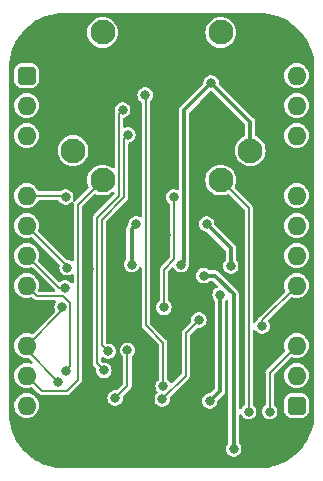
<source format=gbr>
%TF.GenerationSoftware,KiCad,Pcbnew,7.0.5*%
%TF.CreationDate,2023-12-18T15:25:54+02:00*%
%TF.ProjectId,SNES Controller Reader,534e4553-2043-46f6-9e74-726f6c6c6572,rev?*%
%TF.SameCoordinates,Original*%
%TF.FileFunction,Copper,L2,Bot*%
%TF.FilePolarity,Positive*%
%FSLAX46Y46*%
G04 Gerber Fmt 4.6, Leading zero omitted, Abs format (unit mm)*
G04 Created by KiCad (PCBNEW 7.0.5) date 2023-12-18 15:25:54*
%MOMM*%
%LPD*%
G01*
G04 APERTURE LIST*
G04 Aperture macros list*
%AMRoundRect*
0 Rectangle with rounded corners*
0 $1 Rounding radius*
0 $2 $3 $4 $5 $6 $7 $8 $9 X,Y pos of 4 corners*
0 Add a 4 corners polygon primitive as box body*
4,1,4,$2,$3,$4,$5,$6,$7,$8,$9,$2,$3,0*
0 Add four circle primitives for the rounded corners*
1,1,$1+$1,$2,$3*
1,1,$1+$1,$4,$5*
1,1,$1+$1,$6,$7*
1,1,$1+$1,$8,$9*
0 Add four rect primitives between the rounded corners*
20,1,$1+$1,$2,$3,$4,$5,0*
20,1,$1+$1,$4,$5,$6,$7,0*
20,1,$1+$1,$6,$7,$8,$9,0*
20,1,$1+$1,$8,$9,$2,$3,0*%
G04 Aperture macros list end*
%TA.AperFunction,ComponentPad*%
%ADD10C,2.100000*%
%TD*%
%TA.AperFunction,ComponentPad*%
%ADD11RoundRect,0.400000X-0.400000X-0.400000X0.400000X-0.400000X0.400000X0.400000X-0.400000X0.400000X0*%
%TD*%
%TA.AperFunction,ComponentPad*%
%ADD12O,1.600000X1.600000*%
%TD*%
%TA.AperFunction,ComponentPad*%
%ADD13R,1.600000X1.600000*%
%TD*%
%TA.AperFunction,ViaPad*%
%ADD14C,0.800000*%
%TD*%
%TA.AperFunction,Conductor*%
%ADD15C,0.380000*%
%TD*%
%TA.AperFunction,Conductor*%
%ADD16C,0.200000*%
%TD*%
G04 APERTURE END LIST*
D10*
%TO.P,J1,1*%
%TO.N,/Serial PL*%
X90290000Y-77470000D03*
%TO.P,J1,2*%
%TO.N,/GND*%
X97790000Y-77470000D03*
%TO.P,J1,3*%
%TO.N,/5V*%
X105290000Y-77470000D03*
%TO.P,J1,4*%
%TO.N,/Serial CP*%
X92790000Y-79970000D03*
%TO.P,J1,5*%
%TO.N,/Serial Data _{IN}*%
X102790000Y-79970000D03*
%TO.P,J1,6*%
%TO.N,unconnected-(J1-Pad6)*%
X92790000Y-67470000D03*
%TO.P,J1,7*%
%TO.N,unconnected-(J1-Pad7)*%
X102790000Y-67470000D03*
%TD*%
D11*
%TO.P,J2,1,Pin_1*%
%TO.N,/5V*%
X86360000Y-71120000D03*
D12*
%TO.P,J2,2,Pin_2*%
%TO.N,/D4*%
X86360000Y-73660000D03*
%TO.P,J2,3,Pin_3*%
%TO.N,/D3*%
X86360000Y-76200000D03*
D13*
%TO.P,J2,4,Pin_4*%
%TO.N,/GND*%
X86360000Y-78740000D03*
D12*
%TO.P,J2,5,Pin_5*%
%TO.N,/D2*%
X86360000Y-81280000D03*
%TO.P,J2,6,Pin_6*%
%TO.N,/D1*%
X86360000Y-83820000D03*
%TO.P,J2,7,Pin_7*%
%TO.N,/D0*%
X86360000Y-86360000D03*
%TO.P,J2,8,Pin_8*%
%TO.N,/~{Reset}*%
X86360000Y-88900000D03*
D13*
%TO.P,J2,9,Pin_9*%
%TO.N,/GND*%
X86360000Y-91440000D03*
D12*
%TO.P,J2,10,Pin_10*%
%TO.N,/Serial PL*%
X86360000Y-93980000D03*
%TO.P,J2,11,Pin_11*%
%TO.N,/Serial CP*%
X86360000Y-96520000D03*
%TO.P,J2,12,Pin_12*%
%TO.N,/~{Serial CP}*%
X86360000Y-99060000D03*
D11*
%TO.P,J2,13,Pin_13*%
%TO.N,/5V*%
X109220000Y-99060000D03*
D12*
%TO.P,J2,14,Pin_14*%
%TO.N,/~{Read High}*%
X109220000Y-96520000D03*
%TO.P,J2,15,Pin_15*%
%TO.N,/Serial Data*%
X109220000Y-93980000D03*
D13*
%TO.P,J2,16,Pin_16*%
%TO.N,/GND*%
X109220000Y-91440000D03*
D12*
%TO.P,J2,17,Pin_17*%
%TO.N,/~{Read Low}*%
X109220000Y-88900000D03*
%TO.P,J2,18,Pin_18*%
%TO.N,unconnected-(J2-Pin_18-Pad18)*%
X109220000Y-86360000D03*
%TO.P,J2,19,Pin_19*%
%TO.N,unconnected-(J2-Pin_19-Pad19)*%
X109220000Y-83820000D03*
%TO.P,J2,20,Pin_20*%
%TO.N,unconnected-(J2-Pin_20-Pad20)*%
X109220000Y-81280000D03*
D13*
%TO.P,J2,21,Pin_21*%
%TO.N,/GND*%
X109220000Y-78740000D03*
D12*
%TO.P,J2,22,Pin_22*%
%TO.N,/D5*%
X109220000Y-76200000D03*
%TO.P,J2,23,Pin_23*%
%TO.N,/D6*%
X109220000Y-73660000D03*
%TO.P,J2,24,Pin_24*%
%TO.N,/D7*%
X109220000Y-71120000D03*
%TD*%
D14*
%TO.N,/3.3V*%
X101599998Y-83692998D03*
X103638500Y-87249000D03*
X95631000Y-83693006D03*
X101854000Y-98679000D03*
X95250000Y-87122006D03*
X102743000Y-89662000D03*
%TO.N,/GND*%
X98171000Y-84582000D03*
X100838004Y-98044000D03*
X100838000Y-86233000D03*
X91804790Y-98228195D03*
X91610000Y-87503000D03*
X92710000Y-77470000D03*
%TO.N,/5V*%
X103886000Y-102743000D03*
X101981000Y-71755000D03*
X99441000Y-87122000D03*
X101346002Y-88059176D03*
%TO.N,/D1*%
X89789000Y-87376000D03*
%TO.N,/~{Reset}*%
X89673190Y-96139822D03*
%TO.N,/D2*%
X89662000Y-81407000D03*
X97980557Y-90741557D03*
X98806000Y-81407000D03*
%TO.N,/D5*%
X94927374Y-76131378D03*
X93260237Y-94455336D03*
%TO.N,/D6*%
X94488000Y-74041000D03*
X92902956Y-96077955D03*
%TO.N,/D7*%
X96393000Y-72771000D03*
X97917000Y-97409000D03*
%TO.N,/Q7S*%
X97839800Y-98507500D03*
X100937755Y-91820201D03*
%TO.N,/Serial Data*%
X106934000Y-99568000D03*
%TO.N,/Serial PL*%
X89026976Y-97028000D03*
X89366354Y-90701353D03*
X94895340Y-94370112D03*
X93853000Y-98425000D03*
%TO.N,/D0*%
X89613572Y-89087132D03*
%TO.N,/~{Read Low}*%
X106301538Y-92331538D03*
%TO.N,/Serial Data _{IN}*%
X105156000Y-99568000D03*
%TD*%
D15*
%TO.N,/3.3V*%
X95250000Y-87122006D02*
X95250000Y-84074006D01*
X103638500Y-87249000D02*
X103638500Y-85731500D01*
X103638500Y-85731500D02*
X101599998Y-83692998D01*
X95250000Y-84074006D02*
X95631000Y-83693006D01*
X102743000Y-89662000D02*
X102743000Y-97790000D01*
X102743000Y-97790000D02*
X101854000Y-98679000D01*
%TO.N,/GND*%
X97790000Y-77470000D02*
X97790000Y-84201000D01*
X91804790Y-98228195D02*
X91804790Y-87697790D01*
X100429000Y-86642000D02*
X100429000Y-88386405D01*
X91804790Y-87697790D02*
X91610000Y-87503000D01*
X86531900Y-78911900D02*
X91148300Y-78911900D01*
X97790000Y-84201000D02*
X98171000Y-84582000D01*
X91268100Y-78911900D02*
X92710000Y-77470000D01*
X91148300Y-78911900D02*
X91268100Y-78911900D01*
X100429000Y-88386405D02*
X101854000Y-89811405D01*
X101854000Y-89811405D02*
X101854000Y-97028004D01*
X101854000Y-97028004D02*
X100838004Y-98044000D01*
X100838000Y-86233000D02*
X100429000Y-86642000D01*
%TO.N,/5V*%
X105290000Y-77470000D02*
X105290000Y-75064000D01*
X99695000Y-74041000D02*
X99695000Y-86868000D01*
X103886000Y-89650516D02*
X103886000Y-102743000D01*
X101981000Y-71755000D02*
X99695000Y-74041000D01*
X105290000Y-75064000D02*
X101981000Y-71755000D01*
X101346002Y-88059176D02*
X102294660Y-88059176D01*
X102294660Y-88059176D02*
X103886000Y-89650516D01*
X99695000Y-86868000D02*
X99441000Y-87122000D01*
D16*
%TO.N,/D1*%
X89789000Y-87249000D02*
X89789000Y-87376000D01*
X86360000Y-83820000D02*
X89789000Y-87249000D01*
%TO.N,/~{Reset}*%
X87245844Y-89785844D02*
X89440795Y-89785844D01*
X89440795Y-89785844D02*
X90066356Y-90411405D01*
X90066356Y-95746656D02*
X89673190Y-96139822D01*
X90066356Y-90411405D02*
X90066356Y-95746656D01*
X86360000Y-88900000D02*
X87245844Y-89785844D01*
%TO.N,/Serial CP*%
X89789000Y-97790000D02*
X90677998Y-96901002D01*
X90677998Y-82082002D02*
X92790000Y-79970000D01*
X87630000Y-97790000D02*
X89789000Y-97790000D01*
X90677998Y-96901002D02*
X90677998Y-82082002D01*
X86360000Y-96520000D02*
X87630000Y-97790000D01*
%TO.N,/D2*%
X98871000Y-86648893D02*
X97980557Y-87539336D01*
X98871000Y-81472000D02*
X98871000Y-86648893D01*
X97980557Y-87539336D02*
X97980557Y-90741557D01*
X86360000Y-81280000D02*
X89535000Y-81280000D01*
X89535000Y-81280000D02*
X89662000Y-81407000D01*
X98806000Y-81407000D02*
X98871000Y-81472000D01*
%TO.N,/D5*%
X94615000Y-76443752D02*
X94615000Y-81407000D01*
X94615000Y-81407000D02*
X92710000Y-83312000D01*
X92710000Y-93905099D02*
X93260237Y-94455336D01*
X94927374Y-76131378D02*
X94615000Y-76443752D01*
X92710000Y-83312000D02*
X92710000Y-93905099D01*
%TO.N,/D6*%
X94163876Y-81292438D02*
X94163876Y-74365124D01*
X92902956Y-96077955D02*
X92310000Y-95484999D01*
X92310000Y-95484999D02*
X92310000Y-83146314D01*
X92310000Y-83146314D02*
X94163876Y-81292438D01*
X94163876Y-74365124D02*
X94488000Y-74041000D01*
%TO.N,/D7*%
X97917000Y-97409000D02*
X97917000Y-93726000D01*
X97917000Y-93726000D02*
X96440000Y-92249000D01*
X96440000Y-72818000D02*
X96393000Y-72771000D01*
X96440000Y-92249000D02*
X96440000Y-72818000D01*
%TO.N,/Q7S*%
X99822000Y-96525300D02*
X99822000Y-92935956D01*
X97839800Y-98507500D02*
X99822000Y-96525300D01*
X99822000Y-92935956D02*
X100937755Y-91820201D01*
%TO.N,/Serial Data*%
X106934000Y-96266000D02*
X106934000Y-99568000D01*
X109220000Y-93980000D02*
X106934000Y-96266000D01*
%TO.N,/Serial PL*%
X94895340Y-97382660D02*
X93853000Y-98425000D01*
X89366354Y-90973646D02*
X89366354Y-90701353D01*
X86360000Y-94361024D02*
X89026976Y-97028000D01*
X86360000Y-93980000D02*
X89366354Y-90973646D01*
X94895340Y-94370112D02*
X94895340Y-97382660D01*
%TO.N,/D0*%
X89087132Y-89087132D02*
X89613572Y-89087132D01*
X86360000Y-86360000D02*
X89087132Y-89087132D01*
%TO.N,/~{Read Low}*%
X106301538Y-91818462D02*
X106301538Y-92331538D01*
X109220000Y-88900000D02*
X106301538Y-91818462D01*
%TO.N,/Serial Data _{IN}*%
X105156000Y-82336000D02*
X105156000Y-99568000D01*
X102790000Y-79970000D02*
X105156000Y-82336000D01*
%TD*%
%TA.AperFunction,Conductor*%
%TO.N,/GND*%
G36*
X106046351Y-65805559D02*
G01*
X106450162Y-65823189D01*
X106455515Y-65823658D01*
X106854908Y-65876239D01*
X106860224Y-65877177D01*
X107253504Y-65964365D01*
X107258716Y-65965761D01*
X107618162Y-66079093D01*
X107642898Y-66086893D01*
X107647983Y-66088744D01*
X107776460Y-66141960D01*
X108020159Y-66242904D01*
X108025029Y-66245175D01*
X108382350Y-66431184D01*
X108387028Y-66433886D01*
X108726770Y-66650325D01*
X108731198Y-66653426D01*
X108944719Y-66817266D01*
X109050779Y-66898648D01*
X109054924Y-66902127D01*
X109351909Y-67174264D01*
X109355735Y-67178090D01*
X109627872Y-67475075D01*
X109631351Y-67479220D01*
X109876570Y-67798796D01*
X109879674Y-67803229D01*
X110096113Y-68142971D01*
X110098819Y-68147657D01*
X110266644Y-68470047D01*
X110284815Y-68504952D01*
X110287102Y-68509856D01*
X110441255Y-68882016D01*
X110443106Y-68887101D01*
X110564234Y-69271268D01*
X110565634Y-69276495D01*
X110652822Y-69669775D01*
X110653762Y-69675104D01*
X110706339Y-70074467D01*
X110706811Y-70079858D01*
X110724441Y-70483649D01*
X110724500Y-70486353D01*
X110724500Y-99693646D01*
X110724441Y-99696350D01*
X110706811Y-100100141D01*
X110706339Y-100105532D01*
X110653762Y-100504895D01*
X110652822Y-100510224D01*
X110565634Y-100903504D01*
X110564234Y-100908731D01*
X110443106Y-101292898D01*
X110441255Y-101297983D01*
X110287102Y-101670143D01*
X110284815Y-101675047D01*
X110098819Y-102032342D01*
X110096113Y-102037028D01*
X109879674Y-102376770D01*
X109876570Y-102381203D01*
X109631351Y-102700779D01*
X109627872Y-102704924D01*
X109355735Y-103001909D01*
X109351909Y-103005735D01*
X109054924Y-103277872D01*
X109050779Y-103281351D01*
X108731203Y-103526570D01*
X108726770Y-103529674D01*
X108387028Y-103746113D01*
X108382342Y-103748819D01*
X108025047Y-103934815D01*
X108020143Y-103937102D01*
X107647983Y-104091255D01*
X107642898Y-104093106D01*
X107258731Y-104214234D01*
X107253504Y-104215634D01*
X106860224Y-104302822D01*
X106854895Y-104303762D01*
X106455532Y-104356339D01*
X106450141Y-104356811D01*
X106046351Y-104374441D01*
X106043647Y-104374500D01*
X89536353Y-104374500D01*
X89533649Y-104374441D01*
X89129858Y-104356811D01*
X89124467Y-104356339D01*
X88725104Y-104303762D01*
X88719775Y-104302822D01*
X88326495Y-104215634D01*
X88321268Y-104214234D01*
X87937101Y-104093106D01*
X87932016Y-104091255D01*
X87640615Y-103970553D01*
X87559850Y-103937099D01*
X87554960Y-103934819D01*
X87197657Y-103748819D01*
X87192971Y-103746113D01*
X86853229Y-103529674D01*
X86848796Y-103526570D01*
X86675376Y-103393500D01*
X86529218Y-103281350D01*
X86525075Y-103277872D01*
X86228090Y-103005735D01*
X86224264Y-103001909D01*
X85952127Y-102704924D01*
X85948648Y-102700779D01*
X85747375Y-102438475D01*
X85703426Y-102381198D01*
X85700325Y-102376770D01*
X85483886Y-102037028D01*
X85481180Y-102032342D01*
X85295175Y-101675029D01*
X85292904Y-101670159D01*
X85138744Y-101297983D01*
X85136893Y-101292898D01*
X85126559Y-101260122D01*
X85015761Y-100908716D01*
X85014365Y-100903504D01*
X84927177Y-100510224D01*
X84926239Y-100504908D01*
X84873658Y-100105515D01*
X84873189Y-100100162D01*
X84855559Y-99696350D01*
X84855500Y-99693646D01*
X84855500Y-99060000D01*
X85304417Y-99060000D01*
X85324699Y-99265932D01*
X85335930Y-99302955D01*
X85384768Y-99463954D01*
X85482315Y-99646450D01*
X85482317Y-99646452D01*
X85613589Y-99806410D01*
X85710209Y-99885702D01*
X85773550Y-99937685D01*
X85956046Y-100035232D01*
X86154066Y-100095300D01*
X86154065Y-100095300D01*
X86174347Y-100097297D01*
X86360000Y-100115583D01*
X86565934Y-100095300D01*
X86763954Y-100035232D01*
X86946450Y-99937685D01*
X87106410Y-99806410D01*
X87237685Y-99646450D01*
X87335232Y-99463954D01*
X87395300Y-99265934D01*
X87415583Y-99060000D01*
X87395300Y-98854066D01*
X87335232Y-98656046D01*
X87237685Y-98473550D01*
X87197841Y-98425000D01*
X93197722Y-98425000D01*
X93216762Y-98581818D01*
X93253619Y-98679000D01*
X93272780Y-98729523D01*
X93362517Y-98859530D01*
X93480760Y-98964283D01*
X93480762Y-98964284D01*
X93620634Y-99037696D01*
X93774014Y-99075500D01*
X93774015Y-99075500D01*
X93931985Y-99075500D01*
X94085365Y-99037696D01*
X94102473Y-99028717D01*
X94225240Y-98964283D01*
X94343483Y-98859530D01*
X94433220Y-98729523D01*
X94489237Y-98581818D01*
X94508278Y-98425000D01*
X94498274Y-98342617D01*
X94509734Y-98273696D01*
X94533686Y-98239994D01*
X95108386Y-97665294D01*
X95128242Y-97649171D01*
X95136009Y-97644097D01*
X95156213Y-97618137D01*
X95161281Y-97612399D01*
X95163715Y-97609967D01*
X95175653Y-97593245D01*
X95177149Y-97591238D01*
X95207857Y-97551786D01*
X95207858Y-97551780D01*
X95211357Y-97545316D01*
X95214575Y-97538731D01*
X95214579Y-97538727D01*
X95228840Y-97490823D01*
X95229610Y-97488423D01*
X95236313Y-97468899D01*
X95245840Y-97441148D01*
X95245840Y-97441143D01*
X95247046Y-97433916D01*
X95247957Y-97426612D01*
X95245893Y-97376711D01*
X95245840Y-97374149D01*
X95245840Y-94984462D01*
X95265525Y-94917423D01*
X95287611Y-94891648D01*
X95385823Y-94804642D01*
X95475560Y-94674635D01*
X95531577Y-94526930D01*
X95550618Y-94370112D01*
X95531577Y-94213294D01*
X95475560Y-94065589D01*
X95385823Y-93935582D01*
X95267580Y-93830829D01*
X95267578Y-93830828D01*
X95267577Y-93830827D01*
X95127705Y-93757415D01*
X94974326Y-93719612D01*
X94974325Y-93719612D01*
X94816355Y-93719612D01*
X94816354Y-93719612D01*
X94662974Y-93757415D01*
X94523102Y-93830827D01*
X94404856Y-93935583D01*
X94315121Y-94065587D01*
X94315120Y-94065588D01*
X94259102Y-94213293D01*
X94240062Y-94370111D01*
X94240062Y-94370112D01*
X94259102Y-94526930D01*
X94315120Y-94674635D01*
X94315121Y-94674636D01*
X94404857Y-94804643D01*
X94464727Y-94857682D01*
X94503066Y-94891647D01*
X94540193Y-94950835D01*
X94544840Y-94984462D01*
X94544840Y-97186115D01*
X94525155Y-97253154D01*
X94508521Y-97273796D01*
X94042274Y-97740042D01*
X93980951Y-97773527D01*
X93939721Y-97773004D01*
X93939430Y-97775404D01*
X93931985Y-97774500D01*
X93774015Y-97774500D01*
X93774014Y-97774500D01*
X93620634Y-97812303D01*
X93480762Y-97885715D01*
X93362516Y-97990471D01*
X93272781Y-98120475D01*
X93272780Y-98120476D01*
X93216762Y-98268181D01*
X93197722Y-98424999D01*
X93197722Y-98425000D01*
X87197841Y-98425000D01*
X87176998Y-98399602D01*
X87106410Y-98313589D01*
X86971627Y-98202977D01*
X86946450Y-98182315D01*
X86763954Y-98084768D01*
X86565934Y-98024700D01*
X86565932Y-98024699D01*
X86565934Y-98024699D01*
X86378463Y-98006235D01*
X86360000Y-98004417D01*
X86359999Y-98004417D01*
X86154067Y-98024699D01*
X85956043Y-98084769D01*
X85850887Y-98140977D01*
X85773550Y-98182315D01*
X85773548Y-98182316D01*
X85773547Y-98182317D01*
X85613589Y-98313589D01*
X85482317Y-98473547D01*
X85482315Y-98473550D01*
X85443643Y-98545898D01*
X85384769Y-98656043D01*
X85324699Y-98854067D01*
X85304417Y-99060000D01*
X84855500Y-99060000D01*
X84855500Y-96520000D01*
X85304417Y-96520000D01*
X85324699Y-96725932D01*
X85343144Y-96786736D01*
X85384768Y-96923954D01*
X85482315Y-97106450D01*
X85500251Y-97128305D01*
X85613589Y-97266410D01*
X85694149Y-97332523D01*
X85773550Y-97397685D01*
X85956046Y-97495232D01*
X86154066Y-97555300D01*
X86154065Y-97555300D01*
X86162970Y-97556177D01*
X86360000Y-97575583D01*
X86565934Y-97555300D01*
X86750836Y-97499210D01*
X86820699Y-97498588D01*
X86874509Y-97530191D01*
X87347362Y-98003044D01*
X87363486Y-98022899D01*
X87368563Y-98030669D01*
X87394508Y-98050862D01*
X87400260Y-98055942D01*
X87402693Y-98058375D01*
X87419435Y-98070328D01*
X87421423Y-98071811D01*
X87425437Y-98074935D01*
X87460875Y-98102518D01*
X87467321Y-98106006D01*
X87473931Y-98109237D01*
X87473934Y-98109239D01*
X87521820Y-98123494D01*
X87524202Y-98124257D01*
X87571512Y-98140500D01*
X87571516Y-98140500D01*
X87578760Y-98141709D01*
X87586046Y-98142617D01*
X87635950Y-98140552D01*
X87638511Y-98140500D01*
X89739789Y-98140500D01*
X89765234Y-98143138D01*
X89774315Y-98145043D01*
X89790005Y-98143087D01*
X89806939Y-98140977D01*
X89814615Y-98140500D01*
X89818035Y-98140500D01*
X89818040Y-98140500D01*
X89827303Y-98138954D01*
X89838278Y-98137123D01*
X89840811Y-98136753D01*
X89890393Y-98130573D01*
X89890399Y-98130569D01*
X89897451Y-98128470D01*
X89904377Y-98126092D01*
X89904381Y-98126092D01*
X89935525Y-98109237D01*
X89948329Y-98102308D01*
X89950590Y-98101143D01*
X89995484Y-98079198D01*
X89995487Y-98079194D01*
X90001453Y-98074935D01*
X90007254Y-98070419D01*
X90007258Y-98070418D01*
X90041099Y-98033655D01*
X90042851Y-98031829D01*
X90891044Y-97183636D01*
X90910900Y-97167513D01*
X90918667Y-97162439D01*
X90938871Y-97136479D01*
X90943939Y-97130741D01*
X90946373Y-97128309D01*
X90958323Y-97111569D01*
X90959830Y-97109550D01*
X90990515Y-97070128D01*
X90990517Y-97070120D01*
X90994015Y-97063657D01*
X90997239Y-97057065D01*
X91003954Y-97034509D01*
X91011504Y-97009146D01*
X91012262Y-97006779D01*
X91028498Y-96959490D01*
X91028498Y-96959483D01*
X91029704Y-96952258D01*
X91030615Y-96944954D01*
X91028551Y-96895053D01*
X91028498Y-96892491D01*
X91028498Y-82278544D01*
X91048183Y-82211505D01*
X91064812Y-82190867D01*
X92088043Y-81167636D01*
X92149364Y-81134153D01*
X92219056Y-81139137D01*
X92228123Y-81142935D01*
X92343504Y-81196739D01*
X92563308Y-81255635D01*
X92725230Y-81269801D01*
X92789998Y-81275468D01*
X92790000Y-81275468D01*
X92790002Y-81275468D01*
X92846672Y-81270509D01*
X93016692Y-81255635D01*
X93236496Y-81196739D01*
X93442734Y-81100568D01*
X93618254Y-80977668D01*
X93684459Y-80955342D01*
X93752226Y-80972352D01*
X93800039Y-81023301D01*
X93813376Y-81079244D01*
X93813376Y-81095893D01*
X93793691Y-81162932D01*
X93777057Y-81183574D01*
X92096955Y-82863675D01*
X92077106Y-82879796D01*
X92069331Y-82884876D01*
X92049143Y-82910812D01*
X92044067Y-82916562D01*
X92041634Y-82918995D01*
X92041624Y-82919008D01*
X92029695Y-82935715D01*
X92028164Y-82937767D01*
X91997483Y-82977186D01*
X91993975Y-82983667D01*
X91990761Y-82990245D01*
X91976506Y-83038123D01*
X91975725Y-83040560D01*
X91959499Y-83087826D01*
X91958294Y-83095047D01*
X91957382Y-83102360D01*
X91959447Y-83152262D01*
X91959500Y-83154824D01*
X91959500Y-95435787D01*
X91956861Y-95461231D01*
X91954957Y-95470310D01*
X91954957Y-95470316D01*
X91959023Y-95502936D01*
X91959500Y-95510613D01*
X91959500Y-95514039D01*
X91961292Y-95524778D01*
X91962876Y-95534275D01*
X91963245Y-95536807D01*
X91969427Y-95586392D01*
X91971520Y-95593425D01*
X91973907Y-95600378D01*
X91973908Y-95600380D01*
X91981608Y-95614608D01*
X91997691Y-95644329D01*
X91998864Y-95646607D01*
X92020802Y-95691483D01*
X92020804Y-95691485D01*
X92025071Y-95697463D01*
X92029582Y-95703258D01*
X92066341Y-95737097D01*
X92068190Y-95738871D01*
X92222265Y-95892946D01*
X92255750Y-95954269D01*
X92257680Y-95995572D01*
X92247678Y-96077954D01*
X92247678Y-96077955D01*
X92266718Y-96234773D01*
X92319847Y-96374861D01*
X92322736Y-96382478D01*
X92412473Y-96512485D01*
X92530716Y-96617238D01*
X92530718Y-96617239D01*
X92670590Y-96690651D01*
X92823970Y-96728455D01*
X92823971Y-96728455D01*
X92981941Y-96728455D01*
X93135321Y-96690651D01*
X93153012Y-96681366D01*
X93275196Y-96617238D01*
X93393439Y-96512485D01*
X93483176Y-96382478D01*
X93539193Y-96234773D01*
X93558234Y-96077955D01*
X93555622Y-96056438D01*
X93539193Y-95921136D01*
X93506639Y-95835299D01*
X93483176Y-95773432D01*
X93393439Y-95643425D01*
X93275196Y-95538672D01*
X93275194Y-95538671D01*
X93275193Y-95538670D01*
X93135321Y-95465258D01*
X92981942Y-95427455D01*
X92981941Y-95427455D01*
X92823971Y-95427455D01*
X92823969Y-95427455D01*
X92816528Y-95428359D01*
X92816140Y-95425164D01*
X92760618Y-95422431D01*
X92713680Y-95392997D01*
X92696818Y-95376135D01*
X92663333Y-95314812D01*
X92660499Y-95288454D01*
X92660499Y-95068590D01*
X92680184Y-95001551D01*
X92732988Y-94955796D01*
X92802146Y-94945852D01*
X92865702Y-94974877D01*
X92866726Y-94975775D01*
X92887996Y-94994618D01*
X92887998Y-94994620D01*
X93027871Y-95068032D01*
X93181251Y-95105836D01*
X93181252Y-95105836D01*
X93339222Y-95105836D01*
X93492602Y-95068032D01*
X93632477Y-94994619D01*
X93750720Y-94889866D01*
X93840457Y-94759859D01*
X93896474Y-94612154D01*
X93915515Y-94455336D01*
X93905255Y-94370832D01*
X93896474Y-94298517D01*
X93864152Y-94213293D01*
X93840457Y-94150813D01*
X93750720Y-94020806D01*
X93632477Y-93916053D01*
X93632475Y-93916052D01*
X93632474Y-93916051D01*
X93492602Y-93842639D01*
X93339223Y-93804836D01*
X93339222Y-93804836D01*
X93184500Y-93804836D01*
X93117461Y-93785151D01*
X93071706Y-93732347D01*
X93060500Y-93680836D01*
X93060500Y-87122006D01*
X94594722Y-87122006D01*
X94613762Y-87278824D01*
X94653373Y-87383267D01*
X94669780Y-87426529D01*
X94759517Y-87556536D01*
X94877760Y-87661289D01*
X94880161Y-87662549D01*
X95017634Y-87734702D01*
X95171014Y-87772506D01*
X95171015Y-87772506D01*
X95328985Y-87772506D01*
X95482365Y-87734702D01*
X95486338Y-87732617D01*
X95622240Y-87661289D01*
X95740483Y-87556536D01*
X95830220Y-87426529D01*
X95849558Y-87375537D01*
X95891736Y-87319835D01*
X95957333Y-87295778D01*
X96025524Y-87311005D01*
X96074657Y-87360681D01*
X96089500Y-87419509D01*
X96089500Y-92199788D01*
X96086861Y-92225232D01*
X96084957Y-92234311D01*
X96084957Y-92234317D01*
X96089023Y-92266937D01*
X96089500Y-92274614D01*
X96089500Y-92278040D01*
X96092232Y-92294420D01*
X96092876Y-92298276D01*
X96093245Y-92300808D01*
X96099427Y-92350393D01*
X96101520Y-92357426D01*
X96103907Y-92364379D01*
X96103908Y-92364381D01*
X96111608Y-92378609D01*
X96127691Y-92408330D01*
X96128864Y-92410608D01*
X96150802Y-92455484D01*
X96150804Y-92455486D01*
X96155071Y-92461464D01*
X96159582Y-92467259D01*
X96196341Y-92501098D01*
X96198190Y-92502872D01*
X97530181Y-93834863D01*
X97563666Y-93896186D01*
X97566500Y-93922544D01*
X97566500Y-96794649D01*
X97546815Y-96861688D01*
X97524728Y-96887462D01*
X97443427Y-96959489D01*
X97426516Y-96974471D01*
X97336781Y-97104475D01*
X97336780Y-97104476D01*
X97280762Y-97252181D01*
X97261722Y-97408999D01*
X97261722Y-97409000D01*
X97280762Y-97565818D01*
X97310450Y-97644097D01*
X97336780Y-97713523D01*
X97395272Y-97798264D01*
X97430778Y-97849703D01*
X97428938Y-97850972D01*
X97453946Y-97904167D01*
X97444768Y-97973431D01*
X97413638Y-98015986D01*
X97349318Y-98072968D01*
X97259581Y-98202975D01*
X97259580Y-98202976D01*
X97203562Y-98350681D01*
X97184522Y-98507499D01*
X97184522Y-98507500D01*
X97203562Y-98664318D01*
X97228292Y-98729524D01*
X97259580Y-98812023D01*
X97349317Y-98942030D01*
X97467560Y-99046783D01*
X97467562Y-99046784D01*
X97607434Y-99120196D01*
X97760814Y-99158000D01*
X97760815Y-99158000D01*
X97918785Y-99158000D01*
X98072165Y-99120196D01*
X98084870Y-99113528D01*
X98212040Y-99046783D01*
X98330283Y-98942030D01*
X98420020Y-98812023D01*
X98476037Y-98664318D01*
X98495078Y-98507500D01*
X98485074Y-98425117D01*
X98496534Y-98356196D01*
X98520486Y-98322494D01*
X100035046Y-96807934D01*
X100054902Y-96791811D01*
X100062669Y-96786737D01*
X100082873Y-96760777D01*
X100087941Y-96755039D01*
X100090375Y-96752607D01*
X100102325Y-96735867D01*
X100103832Y-96733848D01*
X100109992Y-96725934D01*
X100134517Y-96694426D01*
X100134519Y-96694418D01*
X100138017Y-96687955D01*
X100141241Y-96681363D01*
X100142576Y-96676877D01*
X100155506Y-96633444D01*
X100156264Y-96631077D01*
X100172500Y-96583788D01*
X100172500Y-96583781D01*
X100173706Y-96576556D01*
X100174617Y-96569252D01*
X100172553Y-96519351D01*
X100172500Y-96516789D01*
X100172500Y-93132498D01*
X100192185Y-93065459D01*
X100208815Y-93044821D01*
X100748479Y-92505156D01*
X100809800Y-92471673D01*
X100851025Y-92472240D01*
X100851322Y-92469797D01*
X100858768Y-92470701D01*
X100858770Y-92470701D01*
X101016740Y-92470701D01*
X101170120Y-92432897D01*
X101170119Y-92432896D01*
X101309995Y-92359484D01*
X101428238Y-92254731D01*
X101517975Y-92124724D01*
X101573992Y-91977019D01*
X101593033Y-91820201D01*
X101591146Y-91804655D01*
X101573992Y-91663382D01*
X101546600Y-91591156D01*
X101517975Y-91515678D01*
X101428238Y-91385671D01*
X101309995Y-91280918D01*
X101309993Y-91280917D01*
X101309992Y-91280916D01*
X101170120Y-91207504D01*
X101016741Y-91169701D01*
X101016740Y-91169701D01*
X100858770Y-91169701D01*
X100858769Y-91169701D01*
X100705389Y-91207504D01*
X100565517Y-91280916D01*
X100447271Y-91385672D01*
X100357536Y-91515676D01*
X100357535Y-91515677D01*
X100301518Y-91663382D01*
X100282477Y-91820201D01*
X100292479Y-91902582D01*
X100281018Y-91971505D01*
X100257064Y-92005208D01*
X99608955Y-92653317D01*
X99589106Y-92669438D01*
X99581331Y-92674518D01*
X99561143Y-92700454D01*
X99556067Y-92706204D01*
X99553634Y-92708637D01*
X99553624Y-92708650D01*
X99541695Y-92725357D01*
X99540164Y-92727409D01*
X99509483Y-92766828D01*
X99505975Y-92773309D01*
X99502761Y-92779887D01*
X99488506Y-92827765D01*
X99487725Y-92830202D01*
X99471499Y-92877468D01*
X99470294Y-92884689D01*
X99469382Y-92892002D01*
X99471447Y-92941904D01*
X99471500Y-92944466D01*
X99471500Y-96328755D01*
X99451815Y-96395794D01*
X99435181Y-96416436D01*
X98701554Y-97150062D01*
X98640231Y-97183547D01*
X98570539Y-97178563D01*
X98514606Y-97136691D01*
X98497932Y-97106355D01*
X98497220Y-97104477D01*
X98407483Y-96974470D01*
X98309272Y-96887463D01*
X98272147Y-96828276D01*
X98267500Y-96794649D01*
X98267500Y-93775206D01*
X98270139Y-93749760D01*
X98272042Y-93740685D01*
X98269415Y-93719612D01*
X98267977Y-93708068D01*
X98267500Y-93700391D01*
X98267500Y-93696960D01*
X98264118Y-93676693D01*
X98263751Y-93674169D01*
X98257573Y-93624611D01*
X98257573Y-93624607D01*
X98257569Y-93624600D01*
X98255471Y-93617551D01*
X98253091Y-93610616D01*
X98229317Y-93566688D01*
X98228157Y-93564437D01*
X98209750Y-93526782D01*
X98206200Y-93519519D01*
X98201919Y-93513524D01*
X98197420Y-93507744D01*
X98197418Y-93507742D01*
X98160642Y-93473887D01*
X98158820Y-93472138D01*
X96826819Y-92140137D01*
X96793334Y-92078814D01*
X96790500Y-92052456D01*
X96790500Y-90741557D01*
X97325279Y-90741557D01*
X97344319Y-90898375D01*
X97396826Y-91036823D01*
X97400337Y-91046080D01*
X97490074Y-91176087D01*
X97608317Y-91280840D01*
X97608319Y-91280841D01*
X97748191Y-91354253D01*
X97901571Y-91392057D01*
X97901572Y-91392057D01*
X98059542Y-91392057D01*
X98212922Y-91354253D01*
X98212921Y-91354253D01*
X98352797Y-91280840D01*
X98471040Y-91176087D01*
X98560777Y-91046080D01*
X98616794Y-90898375D01*
X98635835Y-90741557D01*
X98630954Y-90701353D01*
X98616794Y-90584738D01*
X98595549Y-90528720D01*
X98560777Y-90437034D01*
X98471040Y-90307027D01*
X98372828Y-90220020D01*
X98335702Y-90160831D01*
X98331056Y-90127205D01*
X98331056Y-88939425D01*
X98331056Y-88059176D01*
X100690724Y-88059176D01*
X100709764Y-88215994D01*
X100746762Y-88313547D01*
X100765782Y-88363699D01*
X100855519Y-88493706D01*
X100973762Y-88598459D01*
X100973764Y-88598460D01*
X101113636Y-88671872D01*
X101267016Y-88709676D01*
X101267017Y-88709676D01*
X101424987Y-88709676D01*
X101578367Y-88671872D01*
X101615082Y-88652602D01*
X101718242Y-88598459D01*
X101794546Y-88530859D01*
X101857780Y-88501139D01*
X101876773Y-88499676D01*
X102060837Y-88499676D01*
X102127876Y-88519361D01*
X102148518Y-88535995D01*
X102490625Y-88878102D01*
X102524110Y-88939425D01*
X102519126Y-89009117D01*
X102477254Y-89065050D01*
X102460571Y-89075579D01*
X102370761Y-89122716D01*
X102252516Y-89227471D01*
X102162781Y-89357475D01*
X102162780Y-89357476D01*
X102106762Y-89505181D01*
X102087722Y-89661999D01*
X102087722Y-89662000D01*
X102106762Y-89818818D01*
X102154444Y-89944542D01*
X102162780Y-89966523D01*
X102252517Y-90096530D01*
X102260726Y-90103803D01*
X102297853Y-90162992D01*
X102302499Y-90196618D01*
X102302499Y-97556177D01*
X102282814Y-97623216D01*
X102266180Y-97643858D01*
X101917858Y-97992181D01*
X101856535Y-98025666D01*
X101830177Y-98028500D01*
X101775014Y-98028500D01*
X101621634Y-98066303D01*
X101481762Y-98139715D01*
X101363516Y-98244471D01*
X101273781Y-98374475D01*
X101273780Y-98374476D01*
X101217762Y-98522181D01*
X101198722Y-98678999D01*
X101198722Y-98679000D01*
X101217762Y-98835818D01*
X101273779Y-98983522D01*
X101273780Y-98983523D01*
X101363517Y-99113530D01*
X101481760Y-99218283D01*
X101481762Y-99218284D01*
X101621634Y-99291696D01*
X101775014Y-99329500D01*
X101775015Y-99329500D01*
X101932985Y-99329500D01*
X102086365Y-99291696D01*
X102086365Y-99291695D01*
X102226240Y-99218283D01*
X102344483Y-99113530D01*
X102434220Y-98983523D01*
X102490237Y-98835818D01*
X102508587Y-98684690D01*
X102536207Y-98620515D01*
X102543990Y-98611969D01*
X103034528Y-98121431D01*
X103039696Y-98116812D01*
X103069557Y-98093001D01*
X103101694Y-98045862D01*
X103102982Y-98044046D01*
X103136852Y-97998157D01*
X103136853Y-97998155D01*
X103140743Y-97990794D01*
X103144359Y-97983287D01*
X103149008Y-97968217D01*
X103161157Y-97928824D01*
X103161881Y-97926628D01*
X103180711Y-97872820D01*
X103182249Y-97864685D01*
X103183500Y-97856392D01*
X103183500Y-97799414D01*
X103183542Y-97797133D01*
X103185675Y-97740123D01*
X103185674Y-97740122D01*
X103184635Y-97730893D01*
X103185488Y-97730796D01*
X103183500Y-97715681D01*
X103183500Y-90196618D01*
X103203185Y-90129579D01*
X103225274Y-90103801D01*
X103233483Y-90096530D01*
X103233483Y-90096529D01*
X103239101Y-90091553D01*
X103241310Y-90094046D01*
X103287774Y-90064848D01*
X103357640Y-90065556D01*
X103416032Y-90103925D01*
X103444411Y-90167772D01*
X103445500Y-90184173D01*
X103445500Y-102208381D01*
X103425815Y-102275420D01*
X103403727Y-102301196D01*
X103395518Y-102308468D01*
X103305781Y-102438475D01*
X103305780Y-102438476D01*
X103249762Y-102586181D01*
X103230722Y-102742999D01*
X103230722Y-102743000D01*
X103249762Y-102899818D01*
X103288481Y-103001909D01*
X103305780Y-103047523D01*
X103395517Y-103177530D01*
X103513760Y-103282283D01*
X103513762Y-103282284D01*
X103653634Y-103355696D01*
X103807014Y-103393500D01*
X103807015Y-103393500D01*
X103964985Y-103393500D01*
X104118365Y-103355696D01*
X104118365Y-103355695D01*
X104258240Y-103282283D01*
X104376483Y-103177530D01*
X104466220Y-103047523D01*
X104522237Y-102899818D01*
X104541278Y-102743000D01*
X104536152Y-102700779D01*
X104522237Y-102586181D01*
X104490609Y-102502785D01*
X104466220Y-102438477D01*
X104376483Y-102308470D01*
X104376481Y-102308468D01*
X104368273Y-102301196D01*
X104331146Y-102242007D01*
X104326500Y-102208381D01*
X104326500Y-99891871D01*
X104346185Y-99824832D01*
X104398989Y-99779077D01*
X104468147Y-99769133D01*
X104531703Y-99798158D01*
X104566441Y-99847899D01*
X104575780Y-99872523D01*
X104665517Y-100002530D01*
X104783760Y-100107283D01*
X104789889Y-100110500D01*
X104923634Y-100180696D01*
X105077014Y-100218500D01*
X105077015Y-100218500D01*
X105234985Y-100218500D01*
X105388365Y-100180696D01*
X105388365Y-100180695D01*
X105528240Y-100107283D01*
X105646483Y-100002530D01*
X105736220Y-99872523D01*
X105792237Y-99724818D01*
X105811278Y-99568000D01*
X106278722Y-99568000D01*
X106297762Y-99724818D01*
X106335693Y-99824832D01*
X106353780Y-99872523D01*
X106443517Y-100002530D01*
X106561760Y-100107283D01*
X106567889Y-100110500D01*
X106701634Y-100180696D01*
X106855014Y-100218500D01*
X106855015Y-100218500D01*
X107012985Y-100218500D01*
X107166365Y-100180696D01*
X107166365Y-100180695D01*
X107306240Y-100107283D01*
X107424483Y-100002530D01*
X107514220Y-99872523D01*
X107570237Y-99724818D01*
X107589278Y-99568000D01*
X107584142Y-99525701D01*
X108169500Y-99525701D01*
X108172401Y-99562567D01*
X108172402Y-99562573D01*
X108218254Y-99720393D01*
X108218255Y-99720396D01*
X108301917Y-99861862D01*
X108301923Y-99861870D01*
X108418129Y-99978076D01*
X108418133Y-99978079D01*
X108418135Y-99978081D01*
X108559602Y-100061744D01*
X108601224Y-100073836D01*
X108717426Y-100107597D01*
X108717429Y-100107597D01*
X108717431Y-100107598D01*
X108754306Y-100110500D01*
X108754314Y-100110500D01*
X109685686Y-100110500D01*
X109685694Y-100110500D01*
X109722569Y-100107598D01*
X109722571Y-100107597D01*
X109722573Y-100107597D01*
X109764899Y-100095300D01*
X109880398Y-100061744D01*
X110021865Y-99978081D01*
X110138081Y-99861865D01*
X110221744Y-99720398D01*
X110266020Y-99568000D01*
X110267597Y-99562573D01*
X110267598Y-99562567D01*
X110270499Y-99525701D01*
X110270500Y-99525694D01*
X110270500Y-98594306D01*
X110267598Y-98557431D01*
X110253091Y-98507499D01*
X110221745Y-98399606D01*
X110221744Y-98399603D01*
X110221744Y-98399602D01*
X110138081Y-98258135D01*
X110138079Y-98258133D01*
X110138076Y-98258129D01*
X110021870Y-98141923D01*
X110021862Y-98141917D01*
X109925229Y-98084769D01*
X109880398Y-98058256D01*
X109880397Y-98058255D01*
X109880396Y-98058255D01*
X109880393Y-98058254D01*
X109722573Y-98012402D01*
X109722567Y-98012401D01*
X109685701Y-98009500D01*
X109685694Y-98009500D01*
X108754306Y-98009500D01*
X108754298Y-98009500D01*
X108717432Y-98012401D01*
X108717426Y-98012402D01*
X108559606Y-98058254D01*
X108559603Y-98058255D01*
X108418137Y-98141917D01*
X108418129Y-98141923D01*
X108301923Y-98258129D01*
X108301917Y-98258137D01*
X108218255Y-98399603D01*
X108218254Y-98399606D01*
X108172402Y-98557426D01*
X108172401Y-98557432D01*
X108169500Y-98594298D01*
X108169500Y-99525701D01*
X107584142Y-99525701D01*
X107570237Y-99411182D01*
X107514220Y-99263477D01*
X107424483Y-99133470D01*
X107326272Y-99046463D01*
X107289147Y-98987276D01*
X107284500Y-98953649D01*
X107284500Y-96519999D01*
X108164417Y-96519999D01*
X108184699Y-96725932D01*
X108203144Y-96786736D01*
X108244768Y-96923954D01*
X108342315Y-97106450D01*
X108360251Y-97128305D01*
X108473589Y-97266410D01*
X108554149Y-97332523D01*
X108633550Y-97397685D01*
X108816046Y-97495232D01*
X109014066Y-97555300D01*
X109014065Y-97555300D01*
X109022970Y-97556177D01*
X109220000Y-97575583D01*
X109425934Y-97555300D01*
X109623954Y-97495232D01*
X109806450Y-97397685D01*
X109966410Y-97266410D01*
X110097685Y-97106450D01*
X110195232Y-96923954D01*
X110255300Y-96725934D01*
X110275583Y-96520000D01*
X110255300Y-96314066D01*
X110195232Y-96116046D01*
X110097685Y-95933550D01*
X110017052Y-95835298D01*
X109966410Y-95773589D01*
X109848677Y-95676969D01*
X109806450Y-95642315D01*
X109623954Y-95544768D01*
X109425934Y-95484700D01*
X109425932Y-95484699D01*
X109425934Y-95484699D01*
X109238463Y-95466235D01*
X109220000Y-95464417D01*
X109219999Y-95464417D01*
X109014067Y-95484699D01*
X108816043Y-95544769D01*
X108725016Y-95593425D01*
X108633550Y-95642315D01*
X108633548Y-95642316D01*
X108633547Y-95642317D01*
X108473589Y-95773589D01*
X108342317Y-95933547D01*
X108342315Y-95933550D01*
X108315882Y-95983003D01*
X108244769Y-96116043D01*
X108184699Y-96314067D01*
X108164417Y-96519999D01*
X107284500Y-96519999D01*
X107284500Y-96462542D01*
X107304185Y-96395503D01*
X107320814Y-96374866D01*
X108705491Y-94990189D01*
X108766812Y-94956706D01*
X108829162Y-94959210D01*
X109014066Y-95015300D01*
X109014065Y-95015300D01*
X109032529Y-95017118D01*
X109220000Y-95035583D01*
X109425934Y-95015300D01*
X109623954Y-94955232D01*
X109806450Y-94857685D01*
X109966410Y-94726410D01*
X110097685Y-94566450D01*
X110195232Y-94383954D01*
X110255300Y-94185934D01*
X110275583Y-93980000D01*
X110255300Y-93774066D01*
X110195232Y-93576046D01*
X110097685Y-93393550D01*
X110045702Y-93330209D01*
X109966410Y-93233589D01*
X109806452Y-93102317D01*
X109806453Y-93102317D01*
X109806450Y-93102315D01*
X109623954Y-93004768D01*
X109425934Y-92944700D01*
X109425932Y-92944699D01*
X109425934Y-92944699D01*
X109220000Y-92924417D01*
X109014067Y-92944699D01*
X108838692Y-92997898D01*
X108820909Y-93003293D01*
X108816043Y-93004769D01*
X108741120Y-93044817D01*
X108633550Y-93102315D01*
X108633548Y-93102316D01*
X108633547Y-93102317D01*
X108473589Y-93233589D01*
X108342317Y-93393547D01*
X108244769Y-93576043D01*
X108184699Y-93774067D01*
X108164417Y-93980000D01*
X108184699Y-94185932D01*
X108184700Y-94185934D01*
X108240569Y-94370112D01*
X108240788Y-94370832D01*
X108241411Y-94440699D01*
X108209808Y-94494508D01*
X106720955Y-95983361D01*
X106701106Y-95999482D01*
X106693331Y-96004562D01*
X106673143Y-96030498D01*
X106668067Y-96036248D01*
X106665634Y-96038681D01*
X106665624Y-96038694D01*
X106653695Y-96055401D01*
X106652164Y-96057453D01*
X106621483Y-96096872D01*
X106617975Y-96103353D01*
X106614761Y-96109931D01*
X106600506Y-96157809D01*
X106599725Y-96160246D01*
X106583499Y-96207512D01*
X106582294Y-96214733D01*
X106581382Y-96222046D01*
X106583447Y-96271948D01*
X106583500Y-96274510D01*
X106583499Y-98953649D01*
X106563814Y-99020689D01*
X106541726Y-99046464D01*
X106443518Y-99133468D01*
X106353781Y-99263475D01*
X106353780Y-99263476D01*
X106297762Y-99411181D01*
X106278722Y-99567999D01*
X106278722Y-99568000D01*
X105811278Y-99568000D01*
X105792237Y-99411182D01*
X105736220Y-99263477D01*
X105646483Y-99133470D01*
X105548271Y-99046463D01*
X105511145Y-98987274D01*
X105506499Y-98953655D01*
X105506499Y-92722769D01*
X105526184Y-92655733D01*
X105578988Y-92609978D01*
X105648146Y-92600034D01*
X105711702Y-92629059D01*
X105732549Y-92652332D01*
X105811055Y-92766068D01*
X105929298Y-92870821D01*
X105929300Y-92870822D01*
X106069172Y-92944234D01*
X106222552Y-92982038D01*
X106222553Y-92982038D01*
X106380523Y-92982038D01*
X106533903Y-92944234D01*
X106538342Y-92941904D01*
X106673778Y-92870821D01*
X106792021Y-92766068D01*
X106881758Y-92636061D01*
X106937775Y-92488356D01*
X106956816Y-92331538D01*
X106937775Y-92174720D01*
X106924659Y-92140137D01*
X106881758Y-92027016D01*
X106881758Y-92027015D01*
X106820769Y-91938657D01*
X106798888Y-91872307D01*
X106816353Y-91804655D01*
X106835136Y-91780544D01*
X108705491Y-89910189D01*
X108766812Y-89876706D01*
X108829162Y-89879210D01*
X109014066Y-89935300D01*
X109014065Y-89935300D01*
X109034347Y-89937297D01*
X109220000Y-89955583D01*
X109425934Y-89935300D01*
X109623954Y-89875232D01*
X109806450Y-89777685D01*
X109966410Y-89646410D01*
X110097685Y-89486450D01*
X110195232Y-89303954D01*
X110255300Y-89105934D01*
X110275583Y-88900000D01*
X110255300Y-88694066D01*
X110195232Y-88496046D01*
X110097685Y-88313550D01*
X110045702Y-88250209D01*
X109966410Y-88153589D01*
X109806452Y-88022317D01*
X109806453Y-88022317D01*
X109806450Y-88022315D01*
X109623954Y-87924768D01*
X109425934Y-87864700D01*
X109425932Y-87864699D01*
X109425934Y-87864699D01*
X109238463Y-87846235D01*
X109220000Y-87844417D01*
X109219999Y-87844417D01*
X109014067Y-87864699D01*
X108816043Y-87924769D01*
X108705897Y-87983643D01*
X108633550Y-88022315D01*
X108633548Y-88022316D01*
X108633547Y-88022317D01*
X108473589Y-88153589D01*
X108342317Y-88313547D01*
X108244769Y-88496043D01*
X108184699Y-88694067D01*
X108164417Y-88900000D01*
X108184699Y-89105932D01*
X108189791Y-89122717D01*
X108239014Y-89284986D01*
X108240788Y-89290832D01*
X108241411Y-89360699D01*
X108209808Y-89414508D01*
X106088493Y-91535823D01*
X106068644Y-91551944D01*
X106060869Y-91557024D01*
X106040681Y-91582960D01*
X106035605Y-91588710D01*
X106033172Y-91591143D01*
X106033162Y-91591156D01*
X106021233Y-91607863D01*
X106019702Y-91609915D01*
X105989021Y-91649334D01*
X105985513Y-91655815D01*
X105982299Y-91662393D01*
X105982298Y-91662395D01*
X105982298Y-91662396D01*
X105982004Y-91663383D01*
X105968044Y-91710271D01*
X105967263Y-91712708D01*
X105955220Y-91747790D01*
X105920165Y-91800346D01*
X105811054Y-91897009D01*
X105732549Y-92010743D01*
X105678266Y-92054733D01*
X105608817Y-92062393D01*
X105546252Y-92031289D01*
X105510435Y-91971299D01*
X105506499Y-91940307D01*
X105506499Y-86359999D01*
X108164417Y-86359999D01*
X108184699Y-86565932D01*
X108201408Y-86621013D01*
X108244768Y-86763954D01*
X108342315Y-86946450D01*
X108357692Y-86965187D01*
X108473589Y-87106410D01*
X108513172Y-87138894D01*
X108633550Y-87237685D01*
X108816046Y-87335232D01*
X109014066Y-87395300D01*
X109014065Y-87395300D01*
X109032529Y-87397118D01*
X109220000Y-87415583D01*
X109425934Y-87395300D01*
X109623954Y-87335232D01*
X109806450Y-87237685D01*
X109966410Y-87106410D01*
X110097685Y-86946450D01*
X110195232Y-86763954D01*
X110255300Y-86565934D01*
X110275583Y-86360000D01*
X110255300Y-86154066D01*
X110195232Y-85956046D01*
X110097685Y-85773550D01*
X110001660Y-85656542D01*
X109966410Y-85613589D01*
X109806452Y-85482317D01*
X109806453Y-85482317D01*
X109806450Y-85482315D01*
X109623954Y-85384768D01*
X109425934Y-85324700D01*
X109425932Y-85324699D01*
X109425934Y-85324699D01*
X109220000Y-85304417D01*
X109014067Y-85324699D01*
X108816043Y-85384769D01*
X108705897Y-85443643D01*
X108633550Y-85482315D01*
X108633548Y-85482316D01*
X108633547Y-85482317D01*
X108473589Y-85613589D01*
X108342317Y-85773547D01*
X108244769Y-85956043D01*
X108184699Y-86154067D01*
X108164417Y-86359999D01*
X105506499Y-86359999D01*
X105506499Y-83819999D01*
X108164417Y-83819999D01*
X108184699Y-84025932D01*
X108214412Y-84123883D01*
X108244768Y-84223954D01*
X108342315Y-84406450D01*
X108342317Y-84406452D01*
X108473589Y-84566410D01*
X108570209Y-84645702D01*
X108633550Y-84697685D01*
X108816046Y-84795232D01*
X109014066Y-84855300D01*
X109014065Y-84855300D01*
X109032529Y-84857118D01*
X109220000Y-84875583D01*
X109425934Y-84855300D01*
X109623954Y-84795232D01*
X109806450Y-84697685D01*
X109966410Y-84566410D01*
X110097685Y-84406450D01*
X110195232Y-84223954D01*
X110255300Y-84025934D01*
X110275583Y-83820000D01*
X110255300Y-83614066D01*
X110195232Y-83416046D01*
X110097685Y-83233550D01*
X110032173Y-83153723D01*
X109966410Y-83073589D01*
X109806452Y-82942317D01*
X109806453Y-82942317D01*
X109806450Y-82942315D01*
X109623954Y-82844768D01*
X109425934Y-82784700D01*
X109425932Y-82784699D01*
X109425934Y-82784699D01*
X109238463Y-82766235D01*
X109220000Y-82764417D01*
X109219999Y-82764417D01*
X109014067Y-82784699D01*
X108816043Y-82844769D01*
X108741010Y-82884876D01*
X108633550Y-82942315D01*
X108633548Y-82942316D01*
X108633547Y-82942317D01*
X108473589Y-83073589D01*
X108342317Y-83233547D01*
X108342315Y-83233550D01*
X108328992Y-83258476D01*
X108244769Y-83416043D01*
X108184699Y-83614067D01*
X108164417Y-83819999D01*
X105506499Y-83819999D01*
X105506499Y-82385209D01*
X105509139Y-82359758D01*
X105511042Y-82350684D01*
X105511042Y-82350683D01*
X105506977Y-82318067D01*
X105506500Y-82310391D01*
X105506500Y-82306963D01*
X105506499Y-82306957D01*
X105503123Y-82286728D01*
X105502753Y-82284188D01*
X105501418Y-82273484D01*
X105496573Y-82234607D01*
X105496572Y-82234604D01*
X105494481Y-82227579D01*
X105492091Y-82220616D01*
X105468317Y-82176688D01*
X105467157Y-82174437D01*
X105453949Y-82147418D01*
X105445200Y-82129519D01*
X105440919Y-82123524D01*
X105436420Y-82117744D01*
X105436418Y-82117742D01*
X105399642Y-82083887D01*
X105397820Y-82082138D01*
X104595682Y-81280000D01*
X108164417Y-81280000D01*
X108184699Y-81485932D01*
X108209930Y-81569107D01*
X108244768Y-81683954D01*
X108342315Y-81866450D01*
X108352387Y-81878723D01*
X108473589Y-82026410D01*
X108551699Y-82090512D01*
X108633550Y-82157685D01*
X108816046Y-82255232D01*
X109014066Y-82315300D01*
X109014065Y-82315300D01*
X109034347Y-82317297D01*
X109220000Y-82335583D01*
X109425934Y-82315300D01*
X109623954Y-82255232D01*
X109806450Y-82157685D01*
X109966410Y-82026410D01*
X110097685Y-81866450D01*
X110195232Y-81683954D01*
X110255300Y-81485934D01*
X110275583Y-81280000D01*
X110255300Y-81074066D01*
X110195232Y-80876046D01*
X110097685Y-80693550D01*
X110021689Y-80600948D01*
X109966410Y-80533589D01*
X109823731Y-80416497D01*
X109806450Y-80402315D01*
X109623954Y-80304768D01*
X109425934Y-80244700D01*
X109425932Y-80244699D01*
X109425934Y-80244699D01*
X109238463Y-80226235D01*
X109220000Y-80224417D01*
X109219999Y-80224417D01*
X109014067Y-80244699D01*
X108816043Y-80304769D01*
X108705898Y-80363643D01*
X108633550Y-80402315D01*
X108633548Y-80402316D01*
X108633547Y-80402317D01*
X108473589Y-80533589D01*
X108342317Y-80693547D01*
X108342315Y-80693550D01*
X108308667Y-80756500D01*
X108244769Y-80876043D01*
X108184699Y-81074067D01*
X108164417Y-81280000D01*
X104595682Y-81280000D01*
X103987638Y-80671956D01*
X103954153Y-80610633D01*
X103959137Y-80540941D01*
X103962929Y-80531888D01*
X104016739Y-80416496D01*
X104075635Y-80196692D01*
X104095468Y-79970000D01*
X104075635Y-79743308D01*
X104016739Y-79523504D01*
X103920568Y-79317266D01*
X103790047Y-79130861D01*
X103790045Y-79130858D01*
X103629141Y-78969954D01*
X103442734Y-78839432D01*
X103442732Y-78839431D01*
X103236497Y-78743261D01*
X103236488Y-78743258D01*
X103016697Y-78684366D01*
X103016693Y-78684365D01*
X103016692Y-78684365D01*
X103016691Y-78684364D01*
X103016686Y-78684364D01*
X102790002Y-78664532D01*
X102789998Y-78664532D01*
X102563313Y-78684364D01*
X102563302Y-78684366D01*
X102343511Y-78743258D01*
X102343502Y-78743261D01*
X102137267Y-78839431D01*
X102137265Y-78839432D01*
X101950858Y-78969954D01*
X101789954Y-79130858D01*
X101659432Y-79317265D01*
X101659431Y-79317267D01*
X101563261Y-79523502D01*
X101563258Y-79523511D01*
X101504366Y-79743302D01*
X101504364Y-79743313D01*
X101484532Y-79969998D01*
X101484532Y-79970001D01*
X101504364Y-80196686D01*
X101504366Y-80196697D01*
X101563258Y-80416488D01*
X101563261Y-80416497D01*
X101659431Y-80622732D01*
X101659432Y-80622734D01*
X101789954Y-80809141D01*
X101950858Y-80970045D01*
X101950861Y-80970047D01*
X102137266Y-81100568D01*
X102343504Y-81196739D01*
X102563308Y-81255635D01*
X102725230Y-81269801D01*
X102789998Y-81275468D01*
X102790000Y-81275468D01*
X102790002Y-81275468D01*
X102846672Y-81270509D01*
X103016692Y-81255635D01*
X103236496Y-81196739D01*
X103351871Y-81142937D01*
X103420946Y-81132445D01*
X103484730Y-81160963D01*
X103491956Y-81167638D01*
X104769181Y-82444863D01*
X104802666Y-82506186D01*
X104805500Y-82532544D01*
X104805500Y-98953649D01*
X104785815Y-99020688D01*
X104763728Y-99046462D01*
X104665519Y-99133468D01*
X104665516Y-99133471D01*
X104575781Y-99263475D01*
X104575778Y-99263481D01*
X104566441Y-99288100D01*
X104524263Y-99343803D01*
X104458665Y-99367859D01*
X104390475Y-99352631D01*
X104341342Y-99302955D01*
X104326500Y-99244128D01*
X104326500Y-89678744D01*
X104326889Y-89671805D01*
X104331165Y-89633860D01*
X104320556Y-89577795D01*
X104320177Y-89575556D01*
X104311685Y-89519210D01*
X104311684Y-89519207D01*
X104309231Y-89511254D01*
X104306479Y-89503391D01*
X104306478Y-89503385D01*
X104279841Y-89452986D01*
X104278808Y-89450939D01*
X104254068Y-89399566D01*
X104249403Y-89392723D01*
X104244428Y-89385983D01*
X104226621Y-89368176D01*
X104204121Y-89345676D01*
X104202539Y-89344033D01*
X104163750Y-89302229D01*
X104156482Y-89296433D01*
X104157017Y-89295761D01*
X104144926Y-89286481D01*
X102626103Y-87767658D01*
X102621466Y-87762470D01*
X102615232Y-87754653D01*
X102597661Y-87732619D01*
X102597660Y-87732618D01*
X102597659Y-87732617D01*
X102550553Y-87700500D01*
X102548663Y-87699159D01*
X102507581Y-87668840D01*
X102502817Y-87665324D01*
X102502815Y-87665323D01*
X102495454Y-87661432D01*
X102487944Y-87657815D01*
X102433478Y-87641015D01*
X102431275Y-87640290D01*
X102377479Y-87621465D01*
X102369300Y-87619917D01*
X102361059Y-87618676D01*
X102361055Y-87618676D01*
X102304064Y-87618676D01*
X102301782Y-87618633D01*
X102277721Y-87617733D01*
X102244782Y-87616500D01*
X102235550Y-87617541D01*
X102235453Y-87616686D01*
X102220340Y-87618676D01*
X101876773Y-87618676D01*
X101809734Y-87598991D01*
X101794546Y-87587492D01*
X101718242Y-87519893D01*
X101718240Y-87519892D01*
X101718239Y-87519891D01*
X101578367Y-87446479D01*
X101424988Y-87408676D01*
X101424987Y-87408676D01*
X101267017Y-87408676D01*
X101267016Y-87408676D01*
X101113636Y-87446479D01*
X100973764Y-87519891D01*
X100855518Y-87624647D01*
X100765783Y-87754651D01*
X100765782Y-87754652D01*
X100709764Y-87902357D01*
X100690724Y-88059175D01*
X100690724Y-88059176D01*
X98331056Y-88059176D01*
X98331056Y-87735875D01*
X98350741Y-87668840D01*
X98367367Y-87648207D01*
X98650449Y-87365124D01*
X98711772Y-87331640D01*
X98781464Y-87336624D01*
X98837397Y-87378496D01*
X98854070Y-87408830D01*
X98856631Y-87415582D01*
X98860781Y-87426525D01*
X98874555Y-87446480D01*
X98950517Y-87556530D01*
X99068760Y-87661283D01*
X99076459Y-87665324D01*
X99208634Y-87734696D01*
X99362014Y-87772500D01*
X99362015Y-87772500D01*
X99519985Y-87772500D01*
X99673365Y-87734696D01*
X99741074Y-87699159D01*
X99813240Y-87661283D01*
X99931483Y-87556530D01*
X100021220Y-87426523D01*
X100077237Y-87278818D01*
X100096278Y-87122000D01*
X100094197Y-87104863D01*
X100098801Y-87053370D01*
X100113166Y-87006796D01*
X100113881Y-87004625D01*
X100132710Y-86950819D01*
X100132710Y-86950813D01*
X100134254Y-86942655D01*
X100135500Y-86934394D01*
X100135500Y-86877403D01*
X100135542Y-86875121D01*
X100137675Y-86818123D01*
X100137674Y-86818122D01*
X100136635Y-86808894D01*
X100137488Y-86808797D01*
X100135500Y-86793682D01*
X100135500Y-83692998D01*
X100944720Y-83692998D01*
X100963760Y-83849816D01*
X101017375Y-83991184D01*
X101019778Y-83997521D01*
X101109515Y-84127528D01*
X101227758Y-84232281D01*
X101227760Y-84232282D01*
X101367632Y-84305694D01*
X101521012Y-84343498D01*
X101521013Y-84343498D01*
X101576175Y-84343498D01*
X101643214Y-84363183D01*
X101663856Y-84379817D01*
X103161681Y-85877642D01*
X103195166Y-85938965D01*
X103198000Y-85965323D01*
X103198000Y-86714381D01*
X103178315Y-86781420D01*
X103156227Y-86807196D01*
X103148018Y-86814468D01*
X103058281Y-86944475D01*
X103058280Y-86944476D01*
X103002262Y-87092181D01*
X102983222Y-87248999D01*
X102983222Y-87249000D01*
X103002262Y-87405818D01*
X103033533Y-87488271D01*
X103058280Y-87553523D01*
X103148017Y-87683530D01*
X103266260Y-87788283D01*
X103266262Y-87788284D01*
X103406134Y-87861696D01*
X103559514Y-87899500D01*
X103559515Y-87899500D01*
X103717485Y-87899500D01*
X103870865Y-87861696D01*
X103968352Y-87810530D01*
X104010740Y-87788283D01*
X104128983Y-87683530D01*
X104218720Y-87553523D01*
X104274737Y-87405818D01*
X104293778Y-87249000D01*
X104290158Y-87219182D01*
X104274737Y-87092181D01*
X104242368Y-87006831D01*
X104218720Y-86944477D01*
X104128983Y-86814470D01*
X104127534Y-86813186D01*
X104120773Y-86807196D01*
X104083646Y-86748007D01*
X104079000Y-86714381D01*
X104079000Y-85759728D01*
X104079390Y-85752780D01*
X104083665Y-85714844D01*
X104073066Y-85658832D01*
X104072677Y-85656542D01*
X104064185Y-85600194D01*
X104061738Y-85592263D01*
X104058977Y-85584372D01*
X104058977Y-85584369D01*
X104032348Y-85533985D01*
X104031324Y-85531957D01*
X104006570Y-85480554D01*
X104006568Y-85480549D01*
X104001908Y-85473715D01*
X103996927Y-85466965D01*
X103956647Y-85426686D01*
X103955039Y-85425016D01*
X103916251Y-85383214D01*
X103908982Y-85377417D01*
X103909517Y-85376745D01*
X103897426Y-85367465D01*
X102289999Y-83760038D01*
X102256514Y-83698715D01*
X102254585Y-83687313D01*
X102236235Y-83536180D01*
X102180218Y-83388475D01*
X102090481Y-83258468D01*
X101972238Y-83153715D01*
X101972236Y-83153714D01*
X101972235Y-83153713D01*
X101832363Y-83080301D01*
X101678984Y-83042498D01*
X101678983Y-83042498D01*
X101521013Y-83042498D01*
X101521012Y-83042498D01*
X101367632Y-83080301D01*
X101227760Y-83153713D01*
X101109514Y-83258469D01*
X101019779Y-83388473D01*
X101019778Y-83388474D01*
X100963760Y-83536179D01*
X100944720Y-83692997D01*
X100944720Y-83692998D01*
X100135500Y-83692998D01*
X100135500Y-74274822D01*
X100155185Y-74207783D01*
X100171819Y-74187141D01*
X101015248Y-73343712D01*
X101893322Y-72465638D01*
X101954641Y-72432156D01*
X102024333Y-72437140D01*
X102068680Y-72465641D01*
X104813181Y-75210142D01*
X104846666Y-75271465D01*
X104849500Y-75297823D01*
X104849500Y-76161468D01*
X104829815Y-76228507D01*
X104777905Y-76273850D01*
X104637267Y-76339431D01*
X104637265Y-76339432D01*
X104450858Y-76469954D01*
X104289954Y-76630858D01*
X104159432Y-76817265D01*
X104159431Y-76817267D01*
X104063261Y-77023502D01*
X104063258Y-77023511D01*
X104004366Y-77243302D01*
X104004364Y-77243313D01*
X103984532Y-77469998D01*
X103984532Y-77470001D01*
X104004364Y-77696686D01*
X104004366Y-77696697D01*
X104063258Y-77916488D01*
X104063261Y-77916497D01*
X104159431Y-78122732D01*
X104159432Y-78122734D01*
X104289954Y-78309141D01*
X104450858Y-78470045D01*
X104450861Y-78470047D01*
X104637266Y-78600568D01*
X104843504Y-78696739D01*
X105063308Y-78755635D01*
X105225230Y-78769801D01*
X105289998Y-78775468D01*
X105290000Y-78775468D01*
X105290002Y-78775468D01*
X105346672Y-78770509D01*
X105516692Y-78755635D01*
X105736496Y-78696739D01*
X105942734Y-78600568D01*
X106129139Y-78470047D01*
X106290047Y-78309139D01*
X106420568Y-78122734D01*
X106516739Y-77916496D01*
X106575635Y-77696692D01*
X106595468Y-77470000D01*
X106575635Y-77243308D01*
X106516739Y-77023504D01*
X106420568Y-76817266D01*
X106290047Y-76630861D01*
X106290045Y-76630858D01*
X106129141Y-76469954D01*
X105942734Y-76339432D01*
X105942732Y-76339431D01*
X105802095Y-76273850D01*
X105749656Y-76227677D01*
X105741648Y-76200000D01*
X108164417Y-76200000D01*
X108184699Y-76405932D01*
X108204120Y-76469953D01*
X108244768Y-76603954D01*
X108342315Y-76786450D01*
X108342317Y-76786452D01*
X108473589Y-76946410D01*
X108567527Y-77023502D01*
X108633550Y-77077685D01*
X108816046Y-77175232D01*
X109014066Y-77235300D01*
X109014065Y-77235300D01*
X109032529Y-77237118D01*
X109220000Y-77255583D01*
X109425934Y-77235300D01*
X109623954Y-77175232D01*
X109806450Y-77077685D01*
X109966410Y-76946410D01*
X110097685Y-76786450D01*
X110195232Y-76603954D01*
X110255300Y-76405934D01*
X110275583Y-76200000D01*
X110255300Y-75994066D01*
X110195232Y-75796046D01*
X110097685Y-75613550D01*
X110030665Y-75531885D01*
X109966410Y-75453589D01*
X109806452Y-75322317D01*
X109806453Y-75322317D01*
X109806450Y-75322315D01*
X109623954Y-75224768D01*
X109425934Y-75164700D01*
X109425932Y-75164699D01*
X109425934Y-75164699D01*
X109238463Y-75146235D01*
X109220000Y-75144417D01*
X109219999Y-75144417D01*
X109014067Y-75164699D01*
X108816043Y-75224769D01*
X108728683Y-75271465D01*
X108633550Y-75322315D01*
X108633548Y-75322316D01*
X108633547Y-75322317D01*
X108473589Y-75453589D01*
X108342317Y-75613547D01*
X108244769Y-75796043D01*
X108184699Y-75994067D01*
X108164417Y-76200000D01*
X105741648Y-76200000D01*
X105730500Y-76161468D01*
X105730500Y-75092228D01*
X105730889Y-75085289D01*
X105735165Y-75047344D01*
X105724556Y-74991279D01*
X105724177Y-74989040D01*
X105715685Y-74932694D01*
X105715684Y-74932691D01*
X105713231Y-74924738D01*
X105710479Y-74916875D01*
X105710478Y-74916869D01*
X105683841Y-74866470D01*
X105682808Y-74864423D01*
X105658068Y-74813050D01*
X105653403Y-74806207D01*
X105648428Y-74799467D01*
X105608121Y-74759160D01*
X105606539Y-74757517D01*
X105567750Y-74715713D01*
X105560482Y-74709917D01*
X105561017Y-74709245D01*
X105548926Y-74699965D01*
X104508960Y-73659999D01*
X108164417Y-73659999D01*
X108184699Y-73865932D01*
X108196030Y-73903284D01*
X108244768Y-74063954D01*
X108342315Y-74246450D01*
X108352918Y-74259370D01*
X108473589Y-74406410D01*
X108557811Y-74475528D01*
X108633550Y-74537685D01*
X108816046Y-74635232D01*
X109014066Y-74695300D01*
X109014065Y-74695300D01*
X109034347Y-74697297D01*
X109220000Y-74715583D01*
X109425934Y-74695300D01*
X109623954Y-74635232D01*
X109806450Y-74537685D01*
X109966410Y-74406410D01*
X110097685Y-74246450D01*
X110195232Y-74063954D01*
X110255300Y-73865934D01*
X110275583Y-73660000D01*
X110255300Y-73454066D01*
X110195232Y-73256046D01*
X110097685Y-73073550D01*
X109978087Y-72927818D01*
X109966410Y-72913589D01*
X109806452Y-72782317D01*
X109806453Y-72782317D01*
X109806450Y-72782315D01*
X109623954Y-72684768D01*
X109425934Y-72624700D01*
X109425932Y-72624699D01*
X109425934Y-72624699D01*
X109220000Y-72604417D01*
X109014067Y-72624699D01*
X108816043Y-72684769D01*
X108705898Y-72743643D01*
X108633550Y-72782315D01*
X108633548Y-72782316D01*
X108633547Y-72782317D01*
X108473589Y-72913589D01*
X108342317Y-73073547D01*
X108342315Y-73073550D01*
X108341260Y-73075524D01*
X108244769Y-73256043D01*
X108184699Y-73454067D01*
X108164417Y-73659999D01*
X104508960Y-73659999D01*
X102671001Y-71822040D01*
X102637516Y-71760717D01*
X102635587Y-71749315D01*
X102617237Y-71598182D01*
X102561220Y-71450477D01*
X102471483Y-71320470D01*
X102353240Y-71215717D01*
X102353238Y-71215716D01*
X102353237Y-71215715D01*
X102213365Y-71142303D01*
X102122875Y-71120000D01*
X108164417Y-71120000D01*
X108184699Y-71325932D01*
X108184700Y-71325934D01*
X108244768Y-71523954D01*
X108342315Y-71706450D01*
X108342317Y-71706452D01*
X108473589Y-71866410D01*
X108570209Y-71945702D01*
X108633550Y-71997685D01*
X108816046Y-72095232D01*
X109014066Y-72155300D01*
X109014065Y-72155300D01*
X109032529Y-72157118D01*
X109220000Y-72175583D01*
X109425934Y-72155300D01*
X109623954Y-72095232D01*
X109806450Y-71997685D01*
X109966410Y-71866410D01*
X110097685Y-71706450D01*
X110195232Y-71523954D01*
X110255300Y-71325934D01*
X110275583Y-71120000D01*
X110255300Y-70914066D01*
X110195232Y-70716046D01*
X110097685Y-70533550D01*
X110036998Y-70459602D01*
X109966410Y-70373589D01*
X109806452Y-70242317D01*
X109806453Y-70242317D01*
X109806450Y-70242315D01*
X109623954Y-70144768D01*
X109425934Y-70084700D01*
X109425932Y-70084699D01*
X109425934Y-70084699D01*
X109238463Y-70066235D01*
X109220000Y-70064417D01*
X109219999Y-70064417D01*
X109014067Y-70084699D01*
X108816043Y-70144769D01*
X108709129Y-70201917D01*
X108633550Y-70242315D01*
X108633548Y-70242316D01*
X108633547Y-70242317D01*
X108473589Y-70373589D01*
X108342317Y-70533547D01*
X108244769Y-70716043D01*
X108184699Y-70914067D01*
X108164417Y-71120000D01*
X102122875Y-71120000D01*
X102059986Y-71104500D01*
X102059985Y-71104500D01*
X101902015Y-71104500D01*
X101902014Y-71104500D01*
X101748634Y-71142303D01*
X101608762Y-71215715D01*
X101490516Y-71320471D01*
X101400781Y-71450475D01*
X101400780Y-71450476D01*
X101344763Y-71598180D01*
X101326413Y-71749305D01*
X101298791Y-71813483D01*
X101290998Y-71822039D01*
X99403481Y-73709557D01*
X99398294Y-73714192D01*
X99368443Y-73737998D01*
X99368441Y-73738000D01*
X99336331Y-73785096D01*
X99334991Y-73786984D01*
X99301148Y-73832841D01*
X99297248Y-73840221D01*
X99293640Y-73847715D01*
X99276841Y-73902172D01*
X99276117Y-73904372D01*
X99257290Y-73958178D01*
X99255745Y-73966340D01*
X99254500Y-73974605D01*
X99254500Y-74031595D01*
X99254457Y-74033879D01*
X99253634Y-74055869D01*
X99252324Y-74090877D01*
X99253365Y-74100110D01*
X99252508Y-74100206D01*
X99254500Y-74115319D01*
X99254500Y-80702619D01*
X99234815Y-80769658D01*
X99182011Y-80815413D01*
X99112853Y-80825357D01*
X99072875Y-80812416D01*
X99038364Y-80794303D01*
X98884986Y-80756500D01*
X98884985Y-80756500D01*
X98727015Y-80756500D01*
X98727014Y-80756500D01*
X98573634Y-80794303D01*
X98433762Y-80867715D01*
X98315516Y-80972471D01*
X98225781Y-81102475D01*
X98225780Y-81102476D01*
X98169762Y-81250181D01*
X98150722Y-81406999D01*
X98150722Y-81407000D01*
X98169762Y-81563818D01*
X98215324Y-81683954D01*
X98225780Y-81711523D01*
X98315517Y-81841530D01*
X98433760Y-81946283D01*
X98454126Y-81956971D01*
X98504338Y-82005555D01*
X98520500Y-82066768D01*
X98520500Y-86452348D01*
X98500815Y-86519387D01*
X98484181Y-86540029D01*
X97767512Y-87256697D01*
X97747663Y-87272818D01*
X97739888Y-87277898D01*
X97719700Y-87303834D01*
X97714624Y-87309584D01*
X97712191Y-87312017D01*
X97712181Y-87312030D01*
X97700252Y-87328737D01*
X97698721Y-87330789D01*
X97668040Y-87370208D01*
X97664532Y-87376689D01*
X97661318Y-87383267D01*
X97647063Y-87431145D01*
X97646282Y-87433582D01*
X97630056Y-87480848D01*
X97628851Y-87488069D01*
X97627939Y-87495382D01*
X97630004Y-87545284D01*
X97630057Y-87547846D01*
X97630057Y-90127206D01*
X97610372Y-90194245D01*
X97588285Y-90220019D01*
X97490074Y-90307027D01*
X97490073Y-90307028D01*
X97400338Y-90437032D01*
X97400337Y-90437033D01*
X97344319Y-90584738D01*
X97325279Y-90741556D01*
X97325279Y-90741557D01*
X96790500Y-90741557D01*
X96790500Y-73343712D01*
X96810185Y-73276673D01*
X96832269Y-73250900D01*
X96883483Y-73205530D01*
X96973220Y-73075523D01*
X97029237Y-72927818D01*
X97048278Y-72771000D01*
X97029237Y-72614182D01*
X96973220Y-72466477D01*
X96883483Y-72336470D01*
X96765240Y-72231717D01*
X96765238Y-72231716D01*
X96765237Y-72231715D01*
X96625365Y-72158303D01*
X96471986Y-72120500D01*
X96471985Y-72120500D01*
X96314015Y-72120500D01*
X96314014Y-72120500D01*
X96160634Y-72158303D01*
X96020762Y-72231715D01*
X95902516Y-72336471D01*
X95812781Y-72466475D01*
X95812780Y-72466476D01*
X95756762Y-72614181D01*
X95737722Y-72770999D01*
X95737722Y-72771000D01*
X95756762Y-72927818D01*
X95812031Y-73073547D01*
X95812780Y-73075523D01*
X95902517Y-73205530D01*
X95982822Y-73276673D01*
X96020760Y-73310283D01*
X96023123Y-73311523D01*
X96024532Y-73312886D01*
X96026932Y-73314543D01*
X96026656Y-73314941D01*
X96073337Y-73360107D01*
X96089500Y-73421321D01*
X96089500Y-82993873D01*
X96069815Y-83060912D01*
X96017011Y-83106667D01*
X95947853Y-83116611D01*
X95907875Y-83103670D01*
X95863364Y-83080309D01*
X95709986Y-83042506D01*
X95709985Y-83042506D01*
X95552015Y-83042506D01*
X95552014Y-83042506D01*
X95398634Y-83080309D01*
X95258762Y-83153721D01*
X95140516Y-83258477D01*
X95050781Y-83388481D01*
X95050780Y-83388482D01*
X94994763Y-83536186D01*
X94976956Y-83682840D01*
X94949334Y-83747018D01*
X94931177Y-83764837D01*
X94923441Y-83771006D01*
X94891331Y-83818102D01*
X94889991Y-83819990D01*
X94856148Y-83865847D01*
X94852248Y-83873227D01*
X94848640Y-83880721D01*
X94831841Y-83935178D01*
X94831117Y-83937378D01*
X94812290Y-83991184D01*
X94810745Y-83999346D01*
X94809500Y-84007611D01*
X94809500Y-84064601D01*
X94809457Y-84066885D01*
X94808634Y-84088875D01*
X94807324Y-84123883D01*
X94808365Y-84133116D01*
X94807508Y-84133212D01*
X94809500Y-84148325D01*
X94809500Y-86587387D01*
X94789815Y-86654426D01*
X94767727Y-86680202D01*
X94759518Y-86687474D01*
X94669781Y-86817481D01*
X94669780Y-86817482D01*
X94613762Y-86965187D01*
X94594722Y-87122005D01*
X94594722Y-87122006D01*
X93060500Y-87122006D01*
X93060500Y-83508542D01*
X93080185Y-83441503D01*
X93096814Y-83420866D01*
X94828043Y-81689636D01*
X94847894Y-81673516D01*
X94855669Y-81668437D01*
X94875864Y-81642488D01*
X94880942Y-81636737D01*
X94883375Y-81634306D01*
X94895301Y-81617600D01*
X94896804Y-81615584D01*
X94927517Y-81576126D01*
X94927519Y-81576117D01*
X94931017Y-81569655D01*
X94934241Y-81563063D01*
X94935576Y-81558577D01*
X94948506Y-81515144D01*
X94949264Y-81512777D01*
X94965500Y-81465488D01*
X94965500Y-81465481D01*
X94966706Y-81458258D01*
X94967617Y-81450951D01*
X94965553Y-81401041D01*
X94965500Y-81398478D01*
X94965500Y-76889097D01*
X94985185Y-76822058D01*
X95037989Y-76776303D01*
X95059826Y-76768700D01*
X95159739Y-76744074D01*
X95159739Y-76744073D01*
X95299614Y-76670661D01*
X95417857Y-76565908D01*
X95507594Y-76435901D01*
X95563611Y-76288196D01*
X95582652Y-76131378D01*
X95565980Y-75994066D01*
X95563611Y-75974559D01*
X95542366Y-75918542D01*
X95507594Y-75826855D01*
X95417857Y-75696848D01*
X95299614Y-75592095D01*
X95299612Y-75592094D01*
X95299611Y-75592093D01*
X95159739Y-75518681D01*
X95006360Y-75480878D01*
X95006359Y-75480878D01*
X94848389Y-75480878D01*
X94848388Y-75480878D01*
X94695008Y-75518681D01*
X94687997Y-75521341D01*
X94687441Y-75519876D01*
X94627488Y-75531885D01*
X94562436Y-75506390D01*
X94521494Y-75449773D01*
X94514376Y-75408364D01*
X94514376Y-74801615D01*
X94534061Y-74734576D01*
X94586865Y-74688821D01*
X94608702Y-74681218D01*
X94720365Y-74653696D01*
X94860240Y-74580283D01*
X94978483Y-74475530D01*
X95068220Y-74345523D01*
X95124237Y-74197818D01*
X95143278Y-74041000D01*
X95142418Y-74033913D01*
X95124237Y-73884181D01*
X95102992Y-73828163D01*
X95068220Y-73736477D01*
X94978483Y-73606470D01*
X94860240Y-73501717D01*
X94860238Y-73501716D01*
X94860237Y-73501715D01*
X94720365Y-73428303D01*
X94566986Y-73390500D01*
X94566985Y-73390500D01*
X94409015Y-73390500D01*
X94409014Y-73390500D01*
X94255634Y-73428303D01*
X94115762Y-73501715D01*
X93997516Y-73606471D01*
X93907781Y-73736475D01*
X93907780Y-73736476D01*
X93851762Y-73884181D01*
X93832722Y-74040999D01*
X93847558Y-74163193D01*
X93843306Y-74213523D01*
X93830382Y-74256932D01*
X93829601Y-74259370D01*
X93813375Y-74306636D01*
X93812170Y-74313857D01*
X93811258Y-74321170D01*
X93813323Y-74371072D01*
X93813376Y-74373634D01*
X93813376Y-78860755D01*
X93793691Y-78927794D01*
X93740887Y-78973549D01*
X93671729Y-78983493D01*
X93618253Y-78962330D01*
X93442734Y-78839432D01*
X93442732Y-78839431D01*
X93236497Y-78743261D01*
X93236488Y-78743258D01*
X93016697Y-78684366D01*
X93016693Y-78684365D01*
X93016692Y-78684365D01*
X93016691Y-78684364D01*
X93016686Y-78684364D01*
X92790002Y-78664532D01*
X92789998Y-78664532D01*
X92563313Y-78684364D01*
X92563302Y-78684366D01*
X92343511Y-78743258D01*
X92343502Y-78743261D01*
X92137267Y-78839431D01*
X92137265Y-78839432D01*
X91950858Y-78969954D01*
X91789954Y-79130858D01*
X91659432Y-79317265D01*
X91659431Y-79317267D01*
X91563261Y-79523502D01*
X91563258Y-79523511D01*
X91504366Y-79743302D01*
X91504364Y-79743313D01*
X91484532Y-79969998D01*
X91484532Y-79970001D01*
X91504364Y-80196686D01*
X91504366Y-80196697D01*
X91563258Y-80416488D01*
X91563260Y-80416492D01*
X91563261Y-80416496D01*
X91594795Y-80484121D01*
X91617061Y-80531870D01*
X91627553Y-80600948D01*
X91599033Y-80664732D01*
X91592360Y-80671956D01*
X90464953Y-81799363D01*
X90445113Y-81815478D01*
X90441796Y-81817646D01*
X90374910Y-81837846D01*
X90307721Y-81818679D01*
X90261561Y-81766229D01*
X90251085Y-81697149D01*
X90258011Y-81669884D01*
X90298237Y-81563818D01*
X90317278Y-81407000D01*
X90316555Y-81401041D01*
X90298237Y-81250181D01*
X90266932Y-81167638D01*
X90242220Y-81102477D01*
X90152483Y-80972470D01*
X90034240Y-80867717D01*
X90034238Y-80867716D01*
X90034237Y-80867715D01*
X89894365Y-80794303D01*
X89740986Y-80756500D01*
X89740985Y-80756500D01*
X89583015Y-80756500D01*
X89583014Y-80756500D01*
X89429634Y-80794303D01*
X89289762Y-80867715D01*
X89255221Y-80898316D01*
X89191987Y-80928037D01*
X89172994Y-80929500D01*
X87438127Y-80929500D01*
X87371088Y-80909815D01*
X87328769Y-80863954D01*
X87299469Y-80809139D01*
X87237685Y-80693550D01*
X87161689Y-80600948D01*
X87106410Y-80533589D01*
X86963731Y-80416497D01*
X86946450Y-80402315D01*
X86763954Y-80304768D01*
X86565934Y-80244700D01*
X86565932Y-80244699D01*
X86565934Y-80244699D01*
X86378463Y-80226235D01*
X86360000Y-80224417D01*
X86359999Y-80224417D01*
X86154067Y-80244699D01*
X85956043Y-80304769D01*
X85845898Y-80363643D01*
X85773550Y-80402315D01*
X85773548Y-80402316D01*
X85773547Y-80402317D01*
X85613589Y-80533589D01*
X85482317Y-80693547D01*
X85482315Y-80693550D01*
X85448667Y-80756500D01*
X85384769Y-80876043D01*
X85324699Y-81074067D01*
X85304417Y-81280000D01*
X85324699Y-81485932D01*
X85349930Y-81569107D01*
X85384768Y-81683954D01*
X85482315Y-81866450D01*
X85492387Y-81878723D01*
X85613589Y-82026410D01*
X85691699Y-82090512D01*
X85773550Y-82157685D01*
X85956046Y-82255232D01*
X86154066Y-82315300D01*
X86154065Y-82315300D01*
X86174347Y-82317297D01*
X86360000Y-82335583D01*
X86565934Y-82315300D01*
X86763954Y-82255232D01*
X86946450Y-82157685D01*
X87106410Y-82026410D01*
X87237685Y-81866450D01*
X87314276Y-81723158D01*
X87328769Y-81696046D01*
X87377732Y-81646202D01*
X87438127Y-81630500D01*
X88965461Y-81630500D01*
X89032500Y-81650185D01*
X89078255Y-81702989D01*
X89081401Y-81710525D01*
X89081777Y-81711518D01*
X89081779Y-81711521D01*
X89081780Y-81711523D01*
X89171517Y-81841530D01*
X89289760Y-81946283D01*
X89289762Y-81946284D01*
X89429634Y-82019696D01*
X89583014Y-82057500D01*
X89583015Y-82057500D01*
X89740985Y-82057500D01*
X89894365Y-82019696D01*
X90034238Y-81946284D01*
X90034237Y-81946284D01*
X90034240Y-81946283D01*
X90141411Y-81851338D01*
X90204643Y-81821617D01*
X90273906Y-81830801D01*
X90327210Y-81875973D01*
X90347630Y-81942792D01*
X90340920Y-81984413D01*
X90327496Y-82023517D01*
X90326292Y-82030735D01*
X90325380Y-82038048D01*
X90327445Y-82087950D01*
X90327498Y-82090512D01*
X90327498Y-86718854D01*
X90307813Y-86785893D01*
X90255009Y-86831648D01*
X90185851Y-86841592D01*
X90145872Y-86828650D01*
X90021365Y-86763303D01*
X89867986Y-86725500D01*
X89867985Y-86725500D01*
X89812544Y-86725500D01*
X89745505Y-86705815D01*
X89724863Y-86689181D01*
X87370191Y-84334509D01*
X87336706Y-84273186D01*
X87339210Y-84210837D01*
X87395300Y-84025934D01*
X87415583Y-83820000D01*
X87395300Y-83614066D01*
X87335232Y-83416046D01*
X87237685Y-83233550D01*
X87172173Y-83153723D01*
X87106410Y-83073589D01*
X86946452Y-82942317D01*
X86946453Y-82942317D01*
X86946450Y-82942315D01*
X86763954Y-82844768D01*
X86565934Y-82784700D01*
X86565932Y-82784699D01*
X86565934Y-82784699D01*
X86378463Y-82766235D01*
X86360000Y-82764417D01*
X86359999Y-82764417D01*
X86154067Y-82784699D01*
X85956043Y-82844769D01*
X85881010Y-82884876D01*
X85773550Y-82942315D01*
X85773548Y-82942316D01*
X85773547Y-82942317D01*
X85613589Y-83073589D01*
X85482317Y-83233547D01*
X85482315Y-83233550D01*
X85468992Y-83258476D01*
X85384769Y-83416043D01*
X85324699Y-83614067D01*
X85304417Y-83820000D01*
X85324699Y-84025932D01*
X85354412Y-84123883D01*
X85384768Y-84223954D01*
X85482315Y-84406450D01*
X85482317Y-84406452D01*
X85613589Y-84566410D01*
X85710209Y-84645702D01*
X85773550Y-84697685D01*
X85956046Y-84795232D01*
X86154066Y-84855300D01*
X86154065Y-84855300D01*
X86174347Y-84857297D01*
X86360000Y-84875583D01*
X86565934Y-84855300D01*
X86750836Y-84799210D01*
X86820699Y-84798588D01*
X86874509Y-84830191D01*
X89126521Y-87082203D01*
X89160006Y-87143526D01*
X89155022Y-87213218D01*
X89154785Y-87213847D01*
X89152763Y-87219177D01*
X89152763Y-87219180D01*
X89133722Y-87375999D01*
X89133722Y-87376000D01*
X89152762Y-87532818D01*
X89201486Y-87661290D01*
X89208780Y-87680523D01*
X89298517Y-87810530D01*
X89416760Y-87915283D01*
X89416762Y-87915284D01*
X89556634Y-87988696D01*
X89710014Y-88026500D01*
X89710015Y-88026500D01*
X89867985Y-88026500D01*
X90021365Y-87988696D01*
X90145872Y-87923349D01*
X90214380Y-87909623D01*
X90279433Y-87935115D01*
X90320378Y-87991731D01*
X90327498Y-88033145D01*
X90327498Y-88578385D01*
X90307813Y-88645424D01*
X90255009Y-88691179D01*
X90185851Y-88701123D01*
X90122295Y-88672098D01*
X90109491Y-88657805D01*
X90109029Y-88658216D01*
X90104059Y-88652606D01*
X90104055Y-88652603D01*
X90104055Y-88652602D01*
X89985812Y-88547849D01*
X89985810Y-88547848D01*
X89985809Y-88547847D01*
X89845937Y-88474435D01*
X89692558Y-88436632D01*
X89692557Y-88436632D01*
X89534587Y-88436632D01*
X89534586Y-88436632D01*
X89381206Y-88474435D01*
X89241336Y-88547846D01*
X89241333Y-88547848D01*
X89223818Y-88563365D01*
X89160584Y-88593085D01*
X89091321Y-88583901D01*
X89053911Y-88558229D01*
X87370191Y-86874509D01*
X87336706Y-86813186D01*
X87339210Y-86750837D01*
X87395300Y-86565934D01*
X87415583Y-86360000D01*
X87395300Y-86154066D01*
X87335232Y-85956046D01*
X87237685Y-85773550D01*
X87141660Y-85656542D01*
X87106410Y-85613589D01*
X86946452Y-85482317D01*
X86946453Y-85482317D01*
X86946450Y-85482315D01*
X86763954Y-85384768D01*
X86565934Y-85324700D01*
X86565932Y-85324699D01*
X86565934Y-85324699D01*
X86378463Y-85306235D01*
X86360000Y-85304417D01*
X86359999Y-85304417D01*
X86154067Y-85324699D01*
X85956043Y-85384769D01*
X85845898Y-85443643D01*
X85773550Y-85482315D01*
X85773548Y-85482316D01*
X85773547Y-85482317D01*
X85613589Y-85613589D01*
X85482317Y-85773547D01*
X85384769Y-85956043D01*
X85324699Y-86154067D01*
X85304417Y-86359999D01*
X85324699Y-86565932D01*
X85341408Y-86621013D01*
X85384768Y-86763954D01*
X85482315Y-86946450D01*
X85497692Y-86965187D01*
X85613589Y-87106410D01*
X85653172Y-87138894D01*
X85773550Y-87237685D01*
X85956046Y-87335232D01*
X86154066Y-87395300D01*
X86154065Y-87395300D01*
X86174347Y-87397297D01*
X86360000Y-87415583D01*
X86565934Y-87395300D01*
X86750836Y-87339210D01*
X86820699Y-87338588D01*
X86874509Y-87370191D01*
X88727981Y-89223663D01*
X88761466Y-89284986D01*
X88756482Y-89354678D01*
X88714610Y-89410611D01*
X88649146Y-89435028D01*
X88640300Y-89435344D01*
X87462570Y-89435344D01*
X87395531Y-89415659D01*
X87349776Y-89362855D01*
X87339832Y-89293697D01*
X87343909Y-89275349D01*
X87353434Y-89243950D01*
X87395300Y-89105934D01*
X87415583Y-88900000D01*
X87395300Y-88694066D01*
X87335232Y-88496046D01*
X87237685Y-88313550D01*
X87185702Y-88250209D01*
X87106410Y-88153589D01*
X86946452Y-88022317D01*
X86946453Y-88022317D01*
X86946450Y-88022315D01*
X86763954Y-87924768D01*
X86565934Y-87864700D01*
X86565932Y-87864699D01*
X86565934Y-87864699D01*
X86378463Y-87846235D01*
X86360000Y-87844417D01*
X86359999Y-87844417D01*
X86154067Y-87864699D01*
X85956043Y-87924769D01*
X85845898Y-87983643D01*
X85773550Y-88022315D01*
X85773548Y-88022316D01*
X85773547Y-88022317D01*
X85613589Y-88153589D01*
X85482317Y-88313547D01*
X85384769Y-88496043D01*
X85324699Y-88694067D01*
X85304417Y-88899999D01*
X85324699Y-89105932D01*
X85329791Y-89122717D01*
X85384768Y-89303954D01*
X85482315Y-89486450D01*
X85511213Y-89521662D01*
X85613589Y-89646410D01*
X85676782Y-89698270D01*
X85773550Y-89777685D01*
X85956046Y-89875232D01*
X86154066Y-89935300D01*
X86154065Y-89935300D01*
X86174347Y-89937297D01*
X86360000Y-89955583D01*
X86565934Y-89935300D01*
X86750836Y-89879210D01*
X86820699Y-89878588D01*
X86874509Y-89910191D01*
X86963206Y-89998888D01*
X86979333Y-90018746D01*
X86984407Y-90026513D01*
X86984409Y-90026515D01*
X87010349Y-90046704D01*
X87016112Y-90051794D01*
X87018538Y-90054220D01*
X87033424Y-90064848D01*
X87035243Y-90066147D01*
X87037276Y-90067662D01*
X87076718Y-90098361D01*
X87076719Y-90098361D01*
X87076720Y-90098362D01*
X87083176Y-90101856D01*
X87089775Y-90105082D01*
X87089778Y-90105084D01*
X87137696Y-90119349D01*
X87140091Y-90120117D01*
X87187356Y-90136344D01*
X87187358Y-90136344D01*
X87194598Y-90137552D01*
X87201891Y-90138461D01*
X87251806Y-90136396D01*
X87254365Y-90136344D01*
X88729672Y-90136344D01*
X88796711Y-90156029D01*
X88842466Y-90208833D01*
X88852410Y-90277991D01*
X88831722Y-90330784D01*
X88786135Y-90396828D01*
X88786134Y-90396829D01*
X88730116Y-90544534D01*
X88711076Y-90701352D01*
X88711076Y-90701353D01*
X88730117Y-90858171D01*
X88772087Y-90968839D01*
X88777454Y-91038503D01*
X88744306Y-91100009D01*
X88743826Y-91100491D01*
X86874508Y-92969808D01*
X86813185Y-93003293D01*
X86750833Y-93000788D01*
X86565934Y-92944700D01*
X86565932Y-92944699D01*
X86565934Y-92944699D01*
X86360000Y-92924417D01*
X86154067Y-92944699D01*
X85978692Y-92997898D01*
X85960909Y-93003293D01*
X85956043Y-93004769D01*
X85881120Y-93044817D01*
X85773550Y-93102315D01*
X85773548Y-93102316D01*
X85773547Y-93102317D01*
X85613589Y-93233589D01*
X85482317Y-93393547D01*
X85384769Y-93576043D01*
X85324699Y-93774067D01*
X85304417Y-93979999D01*
X85324699Y-94185932D01*
X85324700Y-94185934D01*
X85384768Y-94383954D01*
X85482315Y-94566450D01*
X85482317Y-94566452D01*
X85613589Y-94726410D01*
X85654349Y-94759860D01*
X85773550Y-94857685D01*
X85956046Y-94955232D01*
X86154066Y-95015300D01*
X86154065Y-95015300D01*
X86176563Y-95017515D01*
X86360000Y-95035583D01*
X86464474Y-95025292D01*
X86533118Y-95038310D01*
X86564308Y-95061014D01*
X86821730Y-95318436D01*
X86855215Y-95379759D01*
X86850231Y-95449451D01*
X86808359Y-95505384D01*
X86742895Y-95529801D01*
X86698055Y-95524778D01*
X86565934Y-95484700D01*
X86565932Y-95484699D01*
X86565934Y-95484699D01*
X86378463Y-95466235D01*
X86360000Y-95464417D01*
X86359999Y-95464417D01*
X86154067Y-95484699D01*
X85956043Y-95544769D01*
X85865016Y-95593425D01*
X85773550Y-95642315D01*
X85773548Y-95642316D01*
X85773547Y-95642317D01*
X85613589Y-95773589D01*
X85482317Y-95933547D01*
X85482315Y-95933550D01*
X85455882Y-95983003D01*
X85384769Y-96116043D01*
X85324699Y-96314067D01*
X85304417Y-96520000D01*
X84855500Y-96520000D01*
X84855500Y-77470001D01*
X88984532Y-77470001D01*
X89004364Y-77696686D01*
X89004366Y-77696697D01*
X89063258Y-77916488D01*
X89063261Y-77916497D01*
X89159431Y-78122732D01*
X89159432Y-78122734D01*
X89289954Y-78309141D01*
X89450858Y-78470045D01*
X89450861Y-78470047D01*
X89637266Y-78600568D01*
X89843504Y-78696739D01*
X90063308Y-78755635D01*
X90225230Y-78769801D01*
X90289998Y-78775468D01*
X90290000Y-78775468D01*
X90290002Y-78775468D01*
X90346673Y-78770509D01*
X90516692Y-78755635D01*
X90736496Y-78696739D01*
X90942734Y-78600568D01*
X91129139Y-78470047D01*
X91290047Y-78309139D01*
X91420568Y-78122734D01*
X91516739Y-77916496D01*
X91575635Y-77696692D01*
X91595468Y-77470000D01*
X91575635Y-77243308D01*
X91516739Y-77023504D01*
X91420568Y-76817266D01*
X91290047Y-76630861D01*
X91290045Y-76630858D01*
X91129141Y-76469954D01*
X90942734Y-76339432D01*
X90942732Y-76339431D01*
X90736497Y-76243261D01*
X90736488Y-76243258D01*
X90516697Y-76184366D01*
X90516693Y-76184365D01*
X90516692Y-76184365D01*
X90516691Y-76184364D01*
X90516686Y-76184364D01*
X90290002Y-76164532D01*
X90289998Y-76164532D01*
X90063313Y-76184364D01*
X90063302Y-76184366D01*
X89843511Y-76243258D01*
X89843502Y-76243261D01*
X89637267Y-76339431D01*
X89637265Y-76339432D01*
X89450858Y-76469954D01*
X89289954Y-76630858D01*
X89159432Y-76817265D01*
X89159431Y-76817267D01*
X89063261Y-77023502D01*
X89063258Y-77023511D01*
X89004366Y-77243302D01*
X89004364Y-77243313D01*
X88984532Y-77469998D01*
X88984532Y-77470001D01*
X84855500Y-77470001D01*
X84855500Y-76200000D01*
X85304417Y-76200000D01*
X85324699Y-76405932D01*
X85344120Y-76469953D01*
X85384768Y-76603954D01*
X85482315Y-76786450D01*
X85482317Y-76786452D01*
X85613589Y-76946410D01*
X85707527Y-77023502D01*
X85773550Y-77077685D01*
X85956046Y-77175232D01*
X86154066Y-77235300D01*
X86154065Y-77235300D01*
X86174347Y-77237297D01*
X86360000Y-77255583D01*
X86565934Y-77235300D01*
X86763954Y-77175232D01*
X86946450Y-77077685D01*
X87106410Y-76946410D01*
X87237685Y-76786450D01*
X87335232Y-76603954D01*
X87395300Y-76405934D01*
X87415583Y-76200000D01*
X87395300Y-75994066D01*
X87335232Y-75796046D01*
X87237685Y-75613550D01*
X87170665Y-75531885D01*
X87106410Y-75453589D01*
X86946452Y-75322317D01*
X86946453Y-75322317D01*
X86946450Y-75322315D01*
X86763954Y-75224768D01*
X86565934Y-75164700D01*
X86565932Y-75164699D01*
X86565934Y-75164699D01*
X86378463Y-75146235D01*
X86360000Y-75144417D01*
X86359999Y-75144417D01*
X86154067Y-75164699D01*
X85956043Y-75224769D01*
X85868683Y-75271465D01*
X85773550Y-75322315D01*
X85773548Y-75322316D01*
X85773547Y-75322317D01*
X85613589Y-75453589D01*
X85482317Y-75613547D01*
X85384769Y-75796043D01*
X85324699Y-75994067D01*
X85304417Y-76200000D01*
X84855500Y-76200000D01*
X84855500Y-73660000D01*
X85304417Y-73660000D01*
X85324699Y-73865932D01*
X85336030Y-73903284D01*
X85384768Y-74063954D01*
X85482315Y-74246450D01*
X85492918Y-74259370D01*
X85613589Y-74406410D01*
X85697811Y-74475528D01*
X85773550Y-74537685D01*
X85956046Y-74635232D01*
X86154066Y-74695300D01*
X86154065Y-74695300D01*
X86174347Y-74697297D01*
X86360000Y-74715583D01*
X86565934Y-74695300D01*
X86763954Y-74635232D01*
X86946450Y-74537685D01*
X87106410Y-74406410D01*
X87237685Y-74246450D01*
X87335232Y-74063954D01*
X87395300Y-73865934D01*
X87415583Y-73660000D01*
X87395300Y-73454066D01*
X87335232Y-73256046D01*
X87237685Y-73073550D01*
X87118087Y-72927818D01*
X87106410Y-72913589D01*
X86946452Y-72782317D01*
X86946453Y-72782317D01*
X86946450Y-72782315D01*
X86763954Y-72684768D01*
X86565934Y-72624700D01*
X86565932Y-72624699D01*
X86565934Y-72624699D01*
X86360000Y-72604417D01*
X86154067Y-72624699D01*
X85956043Y-72684769D01*
X85845898Y-72743643D01*
X85773550Y-72782315D01*
X85773548Y-72782316D01*
X85773547Y-72782317D01*
X85613589Y-72913589D01*
X85482317Y-73073547D01*
X85482315Y-73073550D01*
X85481260Y-73075524D01*
X85384769Y-73256043D01*
X85324699Y-73454067D01*
X85304417Y-73660000D01*
X84855500Y-73660000D01*
X84855500Y-71585701D01*
X85309500Y-71585701D01*
X85312401Y-71622567D01*
X85312402Y-71622573D01*
X85358254Y-71780393D01*
X85358255Y-71780396D01*
X85441917Y-71921862D01*
X85441923Y-71921870D01*
X85558129Y-72038076D01*
X85558133Y-72038079D01*
X85558135Y-72038081D01*
X85699602Y-72121744D01*
X85741224Y-72133836D01*
X85857426Y-72167597D01*
X85857429Y-72167597D01*
X85857431Y-72167598D01*
X85894306Y-72170500D01*
X85894314Y-72170500D01*
X86825686Y-72170500D01*
X86825694Y-72170500D01*
X86862569Y-72167598D01*
X86862571Y-72167597D01*
X86862573Y-72167597D01*
X86904899Y-72155300D01*
X87020398Y-72121744D01*
X87161865Y-72038081D01*
X87278081Y-71921865D01*
X87361744Y-71780398D01*
X87407598Y-71622569D01*
X87410500Y-71585694D01*
X87410500Y-70654306D01*
X87407598Y-70617431D01*
X87361744Y-70459602D01*
X87278081Y-70318135D01*
X87278079Y-70318133D01*
X87278076Y-70318129D01*
X87161870Y-70201923D01*
X87161862Y-70201917D01*
X87065229Y-70144769D01*
X87020398Y-70118256D01*
X87020397Y-70118255D01*
X87020396Y-70118255D01*
X87020393Y-70118254D01*
X86862573Y-70072402D01*
X86862567Y-70072401D01*
X86825701Y-70069500D01*
X86825694Y-70069500D01*
X85894306Y-70069500D01*
X85894298Y-70069500D01*
X85857432Y-70072401D01*
X85857426Y-70072402D01*
X85699606Y-70118254D01*
X85699603Y-70118255D01*
X85558137Y-70201917D01*
X85558129Y-70201923D01*
X85441923Y-70318129D01*
X85441917Y-70318137D01*
X85358255Y-70459603D01*
X85358254Y-70459606D01*
X85312402Y-70617426D01*
X85312401Y-70617432D01*
X85309500Y-70654298D01*
X85309500Y-71585701D01*
X84855500Y-71585701D01*
X84855500Y-70486353D01*
X84855559Y-70483649D01*
X84862785Y-70318137D01*
X84873189Y-70079835D01*
X84873658Y-70074486D01*
X84926239Y-69675087D01*
X84927177Y-69669775D01*
X85014365Y-69276495D01*
X85015759Y-69271288D01*
X85136895Y-68887095D01*
X85138744Y-68882016D01*
X85144241Y-68868743D01*
X85292908Y-68509831D01*
X85295171Y-68504979D01*
X85481190Y-68147639D01*
X85483886Y-68142971D01*
X85628166Y-67916496D01*
X85700330Y-67803221D01*
X85703418Y-67798811D01*
X85948660Y-67479204D01*
X85952119Y-67475083D01*
X85956776Y-67470001D01*
X91484532Y-67470001D01*
X91504364Y-67696686D01*
X91504366Y-67696697D01*
X91563258Y-67916488D01*
X91563261Y-67916497D01*
X91659431Y-68122732D01*
X91659432Y-68122734D01*
X91789954Y-68309141D01*
X91950858Y-68470045D01*
X91950861Y-68470047D01*
X92137266Y-68600568D01*
X92343504Y-68696739D01*
X92563308Y-68755635D01*
X92725230Y-68769801D01*
X92789998Y-68775468D01*
X92790000Y-68775468D01*
X92790002Y-68775468D01*
X92846672Y-68770509D01*
X93016692Y-68755635D01*
X93236496Y-68696739D01*
X93442734Y-68600568D01*
X93629139Y-68470047D01*
X93790047Y-68309139D01*
X93920568Y-68122734D01*
X94016739Y-67916496D01*
X94075635Y-67696692D01*
X94095468Y-67470001D01*
X101484532Y-67470001D01*
X101504364Y-67696686D01*
X101504366Y-67696697D01*
X101563258Y-67916488D01*
X101563261Y-67916497D01*
X101659431Y-68122732D01*
X101659432Y-68122734D01*
X101789954Y-68309141D01*
X101950858Y-68470045D01*
X101950861Y-68470047D01*
X102137266Y-68600568D01*
X102343504Y-68696739D01*
X102563308Y-68755635D01*
X102725230Y-68769801D01*
X102789998Y-68775468D01*
X102790000Y-68775468D01*
X102790002Y-68775468D01*
X102846672Y-68770509D01*
X103016692Y-68755635D01*
X103236496Y-68696739D01*
X103442734Y-68600568D01*
X103629139Y-68470047D01*
X103790047Y-68309139D01*
X103920568Y-68122734D01*
X104016739Y-67916496D01*
X104075635Y-67696692D01*
X104095468Y-67470000D01*
X104075635Y-67243308D01*
X104016739Y-67023504D01*
X103920568Y-66817266D01*
X103790047Y-66630861D01*
X103790045Y-66630858D01*
X103629141Y-66469954D01*
X103442734Y-66339432D01*
X103442732Y-66339431D01*
X103236497Y-66243261D01*
X103236488Y-66243258D01*
X103016697Y-66184366D01*
X103016693Y-66184365D01*
X103016692Y-66184365D01*
X103016691Y-66184364D01*
X103016686Y-66184364D01*
X102790002Y-66164532D01*
X102789998Y-66164532D01*
X102563313Y-66184364D01*
X102563302Y-66184366D01*
X102343511Y-66243258D01*
X102343502Y-66243261D01*
X102137267Y-66339431D01*
X102137265Y-66339432D01*
X101950858Y-66469954D01*
X101789954Y-66630858D01*
X101659432Y-66817265D01*
X101659431Y-66817267D01*
X101563261Y-67023502D01*
X101563258Y-67023511D01*
X101504366Y-67243302D01*
X101504364Y-67243313D01*
X101484532Y-67469998D01*
X101484532Y-67470001D01*
X94095468Y-67470001D01*
X94095468Y-67470000D01*
X94075635Y-67243308D01*
X94016739Y-67023504D01*
X93920568Y-66817266D01*
X93790047Y-66630861D01*
X93790045Y-66630858D01*
X93629141Y-66469954D01*
X93442734Y-66339432D01*
X93442732Y-66339431D01*
X93236497Y-66243261D01*
X93236488Y-66243258D01*
X93016697Y-66184366D01*
X93016693Y-66184365D01*
X93016692Y-66184365D01*
X93016691Y-66184364D01*
X93016686Y-66184364D01*
X92790002Y-66164532D01*
X92789998Y-66164532D01*
X92563313Y-66184364D01*
X92563302Y-66184366D01*
X92343511Y-66243258D01*
X92343502Y-66243261D01*
X92137267Y-66339431D01*
X92137265Y-66339432D01*
X91950858Y-66469954D01*
X91789954Y-66630858D01*
X91659432Y-66817265D01*
X91659431Y-66817267D01*
X91563261Y-67023502D01*
X91563258Y-67023511D01*
X91504366Y-67243302D01*
X91504364Y-67243313D01*
X91484532Y-67469998D01*
X91484532Y-67470001D01*
X85956776Y-67470001D01*
X86224275Y-67178078D01*
X86228078Y-67174275D01*
X86525083Y-66902119D01*
X86529204Y-66898660D01*
X86848811Y-66653418D01*
X86853221Y-66650330D01*
X87192971Y-66433886D01*
X87197639Y-66431190D01*
X87554979Y-66245171D01*
X87559831Y-66242908D01*
X87932015Y-66088744D01*
X87937095Y-66086895D01*
X88321288Y-65965759D01*
X88326495Y-65964365D01*
X88719775Y-65877177D01*
X88725087Y-65876239D01*
X89124486Y-65823658D01*
X89129835Y-65823189D01*
X89533648Y-65805559D01*
X89536353Y-65805500D01*
X89592583Y-65805500D01*
X105987417Y-65805500D01*
X106043647Y-65805500D01*
X106046351Y-65805559D01*
G37*
%TD.AperFunction*%
%TD*%
M02*

</source>
